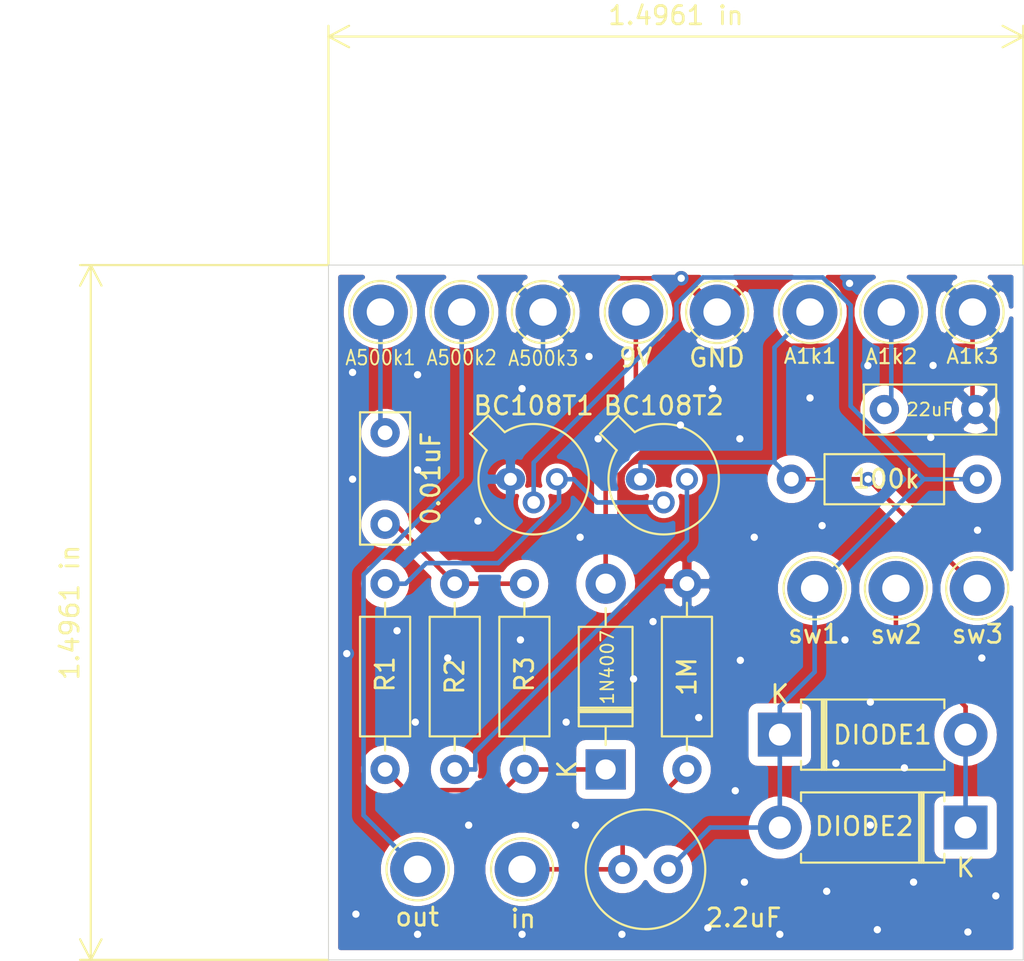
<source format=kicad_pcb>
(kicad_pcb (version 20171130) (host pcbnew "(5.1.2-1)-1")

  (general
    (thickness 1.6)
    (drawings 7)
    (tracks 134)
    (zones 0)
    (modules 26)
    (nets 14)
  )

  (page A4)
  (layers
    (0 F.Cu signal hide)
    (31 B.Cu signal)
    (32 B.Adhes user hide)
    (33 F.Adhes user hide)
    (34 B.Paste user)
    (35 F.Paste user)
    (36 B.SilkS user)
    (37 F.SilkS user)
    (38 B.Mask user)
    (39 F.Mask user hide)
    (40 Dwgs.User user hide)
    (41 Cmts.User user)
    (42 Eco1.User user)
    (43 Eco2.User user hide)
    (44 Edge.Cuts user)
    (45 Margin user hide)
    (46 B.CrtYd user hide)
    (47 F.CrtYd user hide)
    (48 B.Fab user)
    (49 F.Fab user hide)
  )

  (setup
    (last_trace_width 0.25)
    (trace_clearance 0.2)
    (zone_clearance 0.508)
    (zone_45_only no)
    (trace_min 0.2)
    (via_size 0.8)
    (via_drill 0.4)
    (via_min_size 0.4)
    (via_min_drill 0.3)
    (uvia_size 0.3)
    (uvia_drill 0.1)
    (uvias_allowed no)
    (uvia_min_size 0.2)
    (uvia_min_drill 0.1)
    (edge_width 0.05)
    (segment_width 0.2)
    (pcb_text_width 0.3)
    (pcb_text_size 1.5 1.5)
    (mod_edge_width 0.12)
    (mod_text_size 1 1)
    (mod_text_width 0.15)
    (pad_size 1.524 1.524)
    (pad_drill 0.762)
    (pad_to_mask_clearance 0.051)
    (solder_mask_min_width 0.25)
    (aux_axis_origin 0 0)
    (visible_elements FFFFEF7F)
    (pcbplotparams
      (layerselection 0x010fc_ffffffff)
      (usegerberextensions false)
      (usegerberattributes false)
      (usegerberadvancedattributes false)
      (creategerberjobfile false)
      (excludeedgelayer true)
      (linewidth 0.100000)
      (plotframeref false)
      (viasonmask false)
      (mode 1)
      (useauxorigin false)
      (hpglpennumber 1)
      (hpglpenspeed 20)
      (hpglpendiameter 15.000000)
      (psnegative false)
      (psa4output false)
      (plotreference true)
      (plotvalue true)
      (plotinvisibletext false)
      (padsonsilk false)
      (subtractmaskfromsilk false)
      (outputformat 1)
      (mirror false)
      (drillshape 1)
      (scaleselection 1)
      (outputdirectory ""))
  )

  (net 0 "")
  (net 1 "Net-(0.01uF1-Pad1)")
  (net 2 "Net-(0.01uF1-Pad2)")
  (net 3 "Net-(100k1-Pad2)")
  (net 4 "Net-(100k1-Pad1)")
  (net 5 "Net-(1M1-Pad1)")
  (net 6 GND)
  (net 7 "Net-(1N4007-Pad1)")
  (net 8 "Net-(1N4007-Pad2)")
  (net 9 "Net-(22uF1-Pad1)")
  (net 10 "Net-(A500k2-Pad1)")
  (net 11 "Net-(BC108T1-Pad3)")
  (net 12 "Net-(BC108T2-Pad3)")
  (net 13 "Net-(DIODE1-Pad2)")

  (net_class Default "これはデフォルトのネット クラスです。"
    (clearance 0.2)
    (trace_width 0.25)
    (via_dia 0.8)
    (via_drill 0.4)
    (uvia_dia 0.3)
    (uvia_drill 0.1)
    (add_net GND)
    (add_net "Net-(0.01uF1-Pad1)")
    (add_net "Net-(0.01uF1-Pad2)")
    (add_net "Net-(100k1-Pad1)")
    (add_net "Net-(100k1-Pad2)")
    (add_net "Net-(1M1-Pad1)")
    (add_net "Net-(1N4007-Pad1)")
    (add_net "Net-(1N4007-Pad2)")
    (add_net "Net-(22uF1-Pad1)")
    (add_net "Net-(A500k2-Pad1)")
    (add_net "Net-(BC108T1-Pad3)")
    (add_net "Net-(BC108T2-Pad3)")
    (add_net "Net-(DIODE1-Pad2)")
  )

  (module Package_TO_SOT_THT:TO-18-3 (layer F.Cu) (tedit 5DDF3DA5) (tstamp 5DDFE1DB)
    (at 76.454 45.212)
    (descr TO-18-3)
    (tags TO-18-3)
    (path /5D517AD8)
    (fp_text reference BC108T1 (at 1.27 -4.02) (layer F.SilkS)
      (effects (font (size 1 1) (thickness 0.15)))
    )
    (fp_text value BC108 (at 1.27 4.02) (layer F.Fab)
      (effects (font (size 1 1) (thickness 0.15)))
    )
    (fp_text user %R (at 1.27 -4.02) (layer F.Fab)
      (effects (font (size 1 1) (thickness 0.15)))
    )
    (fp_line (start -0.329057 -2.419301) (end -1.156372 -3.246616) (layer F.Fab) (width 0.1))
    (fp_line (start -1.156372 -3.246616) (end -1.976616 -2.426372) (layer F.Fab) (width 0.1))
    (fp_line (start -1.976616 -2.426372) (end -1.149301 -1.599057) (layer F.Fab) (width 0.1))
    (fp_line (start -0.312331 -2.572281) (end -1.224499 -3.484448) (layer F.SilkS) (width 0.12))
    (fp_line (start -1.224499 -3.484448) (end -2.214448 -2.494499) (layer F.SilkS) (width 0.12))
    (fp_line (start -2.214448 -2.494499) (end -1.302281 -1.582331) (layer F.SilkS) (width 0.12))
    (fp_line (start -2.23 -3.5) (end -2.23 3.15) (layer F.CrtYd) (width 0.05))
    (fp_line (start -2.23 3.15) (end 4.42 3.15) (layer F.CrtYd) (width 0.05))
    (fp_line (start 4.42 3.15) (end 4.42 -3.5) (layer F.CrtYd) (width 0.05))
    (fp_line (start 4.42 -3.5) (end -2.23 -3.5) (layer F.CrtYd) (width 0.05))
    (fp_circle (center 1.27 0) (end 3.67 0) (layer F.Fab) (width 0.1))
    (fp_arc (start 1.27 0) (end -0.329057 -2.419301) (angle 336.9) (layer F.Fab) (width 0.1))
    (fp_arc (start 1.27 0) (end -0.312331 -2.572281) (angle 333.2) (layer F.SilkS) (width 0.12))
    (pad 1 thru_hole oval (at 0 0) (size 1.6 1.2) (drill 0.7) (layers B.Cu B.Mask)
      (net 6 GND))
    (pad 2 thru_hole oval (at 1.27 1.27) (size 1.2 1.2) (drill 0.7) (layers B.Cu B.Mask)
      (net 3 "Net-(100k1-Pad2)"))
    (pad 3 thru_hole oval (at 2.54 0) (size 1.2 1.2) (drill 0.7) (layers B.Cu B.Mask)
      (net 11 "Net-(BC108T1-Pad3)"))
    (model ${KISYS3DMOD}/Package_TO_SOT_THT.3dshapes/TO-18-3.wrl
      (at (xyz 0 0 0))
      (scale (xyz 1 1 1))
      (rotate (xyz 0 0 0))
    )
  )

  (module Capacitor_THT:C_Rect_L7.0mm_W2.5mm_P5.00mm (layer F.Cu) (tedit 5AE50EF0) (tstamp 5DDFE101)
    (at 69.596 42.672 270)
    (descr "C, Rect series, Radial, pin pitch=5.00mm, , length*width=7*2.5mm^2, Capacitor")
    (tags "C Rect series Radial pin pitch 5.00mm  length 7mm width 2.5mm Capacitor")
    (path /5D51DAD2)
    (fp_text reference 0.01uF (at 2.5 -2.5 90) (layer F.SilkS)
      (effects (font (size 1 1) (thickness 0.15)))
    )
    (fp_text value 0.01uF (at 2.5 2.5 90) (layer F.Fab)
      (effects (font (size 1 1) (thickness 0.15)))
    )
    (fp_line (start -1 -1.25) (end -1 1.25) (layer F.Fab) (width 0.1))
    (fp_line (start -1 1.25) (end 6 1.25) (layer F.Fab) (width 0.1))
    (fp_line (start 6 1.25) (end 6 -1.25) (layer F.Fab) (width 0.1))
    (fp_line (start 6 -1.25) (end -1 -1.25) (layer F.Fab) (width 0.1))
    (fp_line (start -1.12 -1.37) (end 6.12 -1.37) (layer F.SilkS) (width 0.12))
    (fp_line (start -1.12 1.37) (end 6.12 1.37) (layer F.SilkS) (width 0.12))
    (fp_line (start -1.12 -1.37) (end -1.12 1.37) (layer F.SilkS) (width 0.12))
    (fp_line (start 6.12 -1.37) (end 6.12 1.37) (layer F.SilkS) (width 0.12))
    (fp_line (start -1.25 -1.5) (end -1.25 1.5) (layer F.CrtYd) (width 0.05))
    (fp_line (start -1.25 1.5) (end 6.25 1.5) (layer F.CrtYd) (width 0.05))
    (fp_line (start 6.25 1.5) (end 6.25 -1.5) (layer F.CrtYd) (width 0.05))
    (fp_line (start 6.25 -1.5) (end -1.25 -1.5) (layer F.CrtYd) (width 0.05))
    (fp_text user %R (at 2.5 0 90) (layer F.Fab)
      (effects (font (size 1 1) (thickness 0.15)))
    )
    (pad 1 thru_hole circle (at 0 0 270) (size 1.6 1.6) (drill 0.8) (layers *.Cu *.Mask)
      (net 1 "Net-(0.01uF1-Pad1)"))
    (pad 2 thru_hole circle (at 5 0 270) (size 1.6 1.6) (drill 0.8) (layers *.Cu *.Mask)
      (net 2 "Net-(0.01uF1-Pad2)"))
    (model ${KISYS3DMOD}/Capacitor_THT.3dshapes/C_Rect_L7.0mm_W2.5mm_P5.00mm.wrl
      (at (xyz 0 0 0))
      (scale (xyz 1 1 1))
      (rotate (xyz 0 0 0))
    )
  )

  (module Resistor_THT:R_Axial_DIN0207_L6.3mm_D2.5mm_P10.16mm_Horizontal (layer F.Cu) (tedit 5AE5139B) (tstamp 5DDFE118)
    (at 91.821 45.212)
    (descr "Resistor, Axial_DIN0207 series, Axial, Horizontal, pin pitch=10.16mm, 0.25W = 1/4W, length*diameter=6.3*2.5mm^2, http://cdn-reichelt.de/documents/datenblatt/B400/1_4W%23YAG.pdf")
    (tags "Resistor Axial_DIN0207 series Axial Horizontal pin pitch 10.16mm 0.25W = 1/4W length 6.3mm diameter 2.5mm")
    (path /5D52CAF7)
    (fp_text reference 100k (at 5.179 -0.012) (layer F.SilkS)
      (effects (font (size 1 1) (thickness 0.15)))
    )
    (fp_text value 100k (at 5.08 2.37) (layer F.Fab)
      (effects (font (size 1 1) (thickness 0.15)))
    )
    (fp_text user %R (at 5.08 0) (layer F.Fab)
      (effects (font (size 1 1) (thickness 0.15)))
    )
    (fp_line (start 11.21 -1.5) (end -1.05 -1.5) (layer F.CrtYd) (width 0.05))
    (fp_line (start 11.21 1.5) (end 11.21 -1.5) (layer F.CrtYd) (width 0.05))
    (fp_line (start -1.05 1.5) (end 11.21 1.5) (layer F.CrtYd) (width 0.05))
    (fp_line (start -1.05 -1.5) (end -1.05 1.5) (layer F.CrtYd) (width 0.05))
    (fp_line (start 9.12 0) (end 8.35 0) (layer F.SilkS) (width 0.12))
    (fp_line (start 1.04 0) (end 1.81 0) (layer F.SilkS) (width 0.12))
    (fp_line (start 8.35 -1.37) (end 1.81 -1.37) (layer F.SilkS) (width 0.12))
    (fp_line (start 8.35 1.37) (end 8.35 -1.37) (layer F.SilkS) (width 0.12))
    (fp_line (start 1.81 1.37) (end 8.35 1.37) (layer F.SilkS) (width 0.12))
    (fp_line (start 1.81 -1.37) (end 1.81 1.37) (layer F.SilkS) (width 0.12))
    (fp_line (start 10.16 0) (end 8.23 0) (layer F.Fab) (width 0.1))
    (fp_line (start 0 0) (end 1.93 0) (layer F.Fab) (width 0.1))
    (fp_line (start 8.23 -1.25) (end 1.93 -1.25) (layer F.Fab) (width 0.1))
    (fp_line (start 8.23 1.25) (end 8.23 -1.25) (layer F.Fab) (width 0.1))
    (fp_line (start 1.93 1.25) (end 8.23 1.25) (layer F.Fab) (width 0.1))
    (fp_line (start 1.93 -1.25) (end 1.93 1.25) (layer F.Fab) (width 0.1))
    (pad 2 thru_hole oval (at 10.16 0) (size 1.6 1.6) (drill 0.8) (layers *.Cu *.Mask)
      (net 3 "Net-(100k1-Pad2)"))
    (pad 1 thru_hole circle (at 0 0) (size 1.6 1.6) (drill 0.8) (layers *.Cu *.Mask)
      (net 4 "Net-(100k1-Pad1)"))
    (model ${KISYS3DMOD}/Resistor_THT.3dshapes/R_Axial_DIN0207_L6.3mm_D2.5mm_P10.16mm_Horizontal.wrl
      (at (xyz 0 0 0))
      (scale (xyz 1 1 1))
      (rotate (xyz 0 0 0))
    )
  )

  (module Resistor_THT:R_Axial_DIN0207_L6.3mm_D2.5mm_P10.16mm_Horizontal (layer F.Cu) (tedit 5AE5139B) (tstamp 5DDFE12F)
    (at 86.106 61.087 90)
    (descr "Resistor, Axial_DIN0207 series, Axial, Horizontal, pin pitch=10.16mm, 0.25W = 1/4W, length*diameter=6.3*2.5mm^2, http://cdn-reichelt.de/documents/datenblatt/B400/1_4W%23YAG.pdf")
    (tags "Resistor Axial_DIN0207 series Axial Horizontal pin pitch 10.16mm 0.25W = 1/4W length 6.3mm diameter 2.5mm")
    (path /5D515CFB)
    (fp_text reference 1M (at 5.08 0 90) (layer F.SilkS)
      (effects (font (size 1 1) (thickness 0.15)))
    )
    (fp_text value 1M (at 5.08 2.37 90) (layer F.Fab)
      (effects (font (size 1 1) (thickness 0.15)))
    )
    (fp_line (start 1.93 -1.25) (end 1.93 1.25) (layer F.Fab) (width 0.1))
    (fp_line (start 1.93 1.25) (end 8.23 1.25) (layer F.Fab) (width 0.1))
    (fp_line (start 8.23 1.25) (end 8.23 -1.25) (layer F.Fab) (width 0.1))
    (fp_line (start 8.23 -1.25) (end 1.93 -1.25) (layer F.Fab) (width 0.1))
    (fp_line (start 0 0) (end 1.93 0) (layer F.Fab) (width 0.1))
    (fp_line (start 10.16 0) (end 8.23 0) (layer F.Fab) (width 0.1))
    (fp_line (start 1.81 -1.37) (end 1.81 1.37) (layer F.SilkS) (width 0.12))
    (fp_line (start 1.81 1.37) (end 8.35 1.37) (layer F.SilkS) (width 0.12))
    (fp_line (start 8.35 1.37) (end 8.35 -1.37) (layer F.SilkS) (width 0.12))
    (fp_line (start 8.35 -1.37) (end 1.81 -1.37) (layer F.SilkS) (width 0.12))
    (fp_line (start 1.04 0) (end 1.81 0) (layer F.SilkS) (width 0.12))
    (fp_line (start 9.12 0) (end 8.35 0) (layer F.SilkS) (width 0.12))
    (fp_line (start -1.05 -1.5) (end -1.05 1.5) (layer F.CrtYd) (width 0.05))
    (fp_line (start -1.05 1.5) (end 11.21 1.5) (layer F.CrtYd) (width 0.05))
    (fp_line (start 11.21 1.5) (end 11.21 -1.5) (layer F.CrtYd) (width 0.05))
    (fp_line (start 11.21 -1.5) (end -1.05 -1.5) (layer F.CrtYd) (width 0.05))
    (fp_text user %R (at 5.08 0 90) (layer F.Fab)
      (effects (font (size 1 1) (thickness 0.15)))
    )
    (pad 1 thru_hole circle (at 0 0 90) (size 1.6 1.6) (drill 0.8) (layers *.Cu *.Mask)
      (net 5 "Net-(1M1-Pad1)"))
    (pad 2 thru_hole oval (at 10.16 0 90) (size 1.6 1.6) (drill 0.8) (layers *.Cu *.Mask)
      (net 6 GND))
    (model ${KISYS3DMOD}/Resistor_THT.3dshapes/R_Axial_DIN0207_L6.3mm_D2.5mm_P10.16mm_Horizontal.wrl
      (at (xyz 0 0 0))
      (scale (xyz 1 1 1))
      (rotate (xyz 0 0 0))
    )
  )

  (module Diode_THT:D_DO-41_SOD81_P10.16mm_Horizontal (layer F.Cu) (tedit 5AE50CD5) (tstamp 5DDFE14E)
    (at 81.661 61.087 90)
    (descr "Diode, DO-41_SOD81 series, Axial, Horizontal, pin pitch=10.16mm, , length*diameter=5.2*2.7mm^2, , http://www.diodes.com/_files/packages/DO-41%20(Plastic).pdf")
    (tags "Diode DO-41_SOD81 series Axial Horizontal pin pitch 10.16mm  length 5.2mm diameter 2.7mm")
    (path /5D54B94D)
    (fp_text reference 1N4007 (at 5.587 0.089 90) (layer F.SilkS)
      (effects (font (size 0.7 0.7) (thickness 0.1)))
    )
    (fp_text value 1N4007 (at 5.08 2.47 90) (layer F.Fab)
      (effects (font (size 1 1) (thickness 0.15)))
    )
    (fp_line (start 2.48 -1.35) (end 2.48 1.35) (layer F.Fab) (width 0.1))
    (fp_line (start 2.48 1.35) (end 7.68 1.35) (layer F.Fab) (width 0.1))
    (fp_line (start 7.68 1.35) (end 7.68 -1.35) (layer F.Fab) (width 0.1))
    (fp_line (start 7.68 -1.35) (end 2.48 -1.35) (layer F.Fab) (width 0.1))
    (fp_line (start 0 0) (end 2.48 0) (layer F.Fab) (width 0.1))
    (fp_line (start 10.16 0) (end 7.68 0) (layer F.Fab) (width 0.1))
    (fp_line (start 3.26 -1.35) (end 3.26 1.35) (layer F.Fab) (width 0.1))
    (fp_line (start 3.36 -1.35) (end 3.36 1.35) (layer F.Fab) (width 0.1))
    (fp_line (start 3.16 -1.35) (end 3.16 1.35) (layer F.Fab) (width 0.1))
    (fp_line (start 2.36 -1.47) (end 2.36 1.47) (layer F.SilkS) (width 0.12))
    (fp_line (start 2.36 1.47) (end 7.8 1.47) (layer F.SilkS) (width 0.12))
    (fp_line (start 7.8 1.47) (end 7.8 -1.47) (layer F.SilkS) (width 0.12))
    (fp_line (start 7.8 -1.47) (end 2.36 -1.47) (layer F.SilkS) (width 0.12))
    (fp_line (start 1.34 0) (end 2.36 0) (layer F.SilkS) (width 0.12))
    (fp_line (start 8.82 0) (end 7.8 0) (layer F.SilkS) (width 0.12))
    (fp_line (start 3.26 -1.47) (end 3.26 1.47) (layer F.SilkS) (width 0.12))
    (fp_line (start 3.38 -1.47) (end 3.38 1.47) (layer F.SilkS) (width 0.12))
    (fp_line (start 3.14 -1.47) (end 3.14 1.47) (layer F.SilkS) (width 0.12))
    (fp_line (start -1.35 -1.6) (end -1.35 1.6) (layer F.CrtYd) (width 0.05))
    (fp_line (start -1.35 1.6) (end 11.51 1.6) (layer F.CrtYd) (width 0.05))
    (fp_line (start 11.51 1.6) (end 11.51 -1.6) (layer F.CrtYd) (width 0.05))
    (fp_line (start 11.51 -1.6) (end -1.35 -1.6) (layer F.CrtYd) (width 0.05))
    (fp_text user %R (at 5.47 0 90) (layer F.Fab)
      (effects (font (size 1 1) (thickness 0.15)))
    )
    (fp_text user K (at 0 -2.1 90) (layer F.Fab)
      (effects (font (size 1 1) (thickness 0.15)))
    )
    (fp_text user K (at 0 -2.1 90) (layer F.SilkS)
      (effects (font (size 1 1) (thickness 0.15)))
    )
    (pad 1 thru_hole rect (at 0 0 90) (size 2.2 2.2) (drill 1.1) (layers *.Cu *.Mask)
      (net 7 "Net-(1N4007-Pad1)"))
    (pad 2 thru_hole oval (at 10.16 0 90) (size 2.2 2.2) (drill 1.1) (layers *.Cu *.Mask)
      (net 8 "Net-(1N4007-Pad2)"))
    (model ${KISYS3DMOD}/Diode_THT.3dshapes/D_DO-41_SOD81_P10.16mm_Horizontal.wrl
      (at (xyz 0 0 0))
      (scale (xyz 1 1 1))
      (rotate (xyz 0 0 0))
    )
  )

  (module Capacitor_THT:C_Radial_D6.3mm_H5.0mm_P2.50mm (layer F.Cu) (tedit 5BC5C9B9) (tstamp 5DDFE158)
    (at 85.09 66.548 180)
    (descr "C, Radial series, Radial, pin pitch=2.50mm, diameter=6.3mm, height=5mm, Non-Polar Electrolytic Capacitor")
    (tags "C Radial series Radial pin pitch 2.50mm diameter 6.3mm height 5mm Non-Polar Electrolytic Capacitor")
    (path /5D51F7C8)
    (fp_text reference 2.2uF (at -4.11 -2.652) (layer F.SilkS)
      (effects (font (size 1 1) (thickness 0.15)))
    )
    (fp_text value 2.2uF (at 1.25 4.4) (layer F.Fab)
      (effects (font (size 1 1) (thickness 0.15)))
    )
    (fp_circle (center 1.25 0) (end 4.4 0) (layer F.Fab) (width 0.1))
    (fp_circle (center 1.25 0) (end 4.52 0) (layer F.SilkS) (width 0.12))
    (fp_circle (center 1.25 0) (end 4.65 0) (layer F.CrtYd) (width 0.05))
    (fp_text user %R (at 1.25 0) (layer F.Fab)
      (effects (font (size 1 1) (thickness 0.15)))
    )
    (pad 1 thru_hole circle (at 0 0 180) (size 1.6 1.6) (drill 0.8) (layers *.Cu *.Mask)
      (net 3 "Net-(100k1-Pad2)"))
    (pad 2 thru_hole circle (at 2.5 0 180) (size 1.6 1.6) (drill 0.8) (layers *.Cu *.Mask)
      (net 5 "Net-(1M1-Pad1)"))
    (model ${KISYS3DMOD}/Capacitor_THT.3dshapes/C_Radial_D6.3mm_H5.0mm_P2.50mm.wrl
      (at (xyz 0 0 0))
      (scale (xyz 1 1 1))
      (rotate (xyz 0 0 0))
    )
  )

  (module Capacitor_THT:C_Rect_L7.0mm_W2.5mm_P5.00mm (layer F.Cu) (tedit 5AE50EF0) (tstamp 5DDFE16B)
    (at 96.901 41.402)
    (descr "C, Rect series, Radial, pin pitch=5.00mm, , length*width=7*2.5mm^2, Capacitor")
    (tags "C Rect series Radial pin pitch 5.00mm  length 7mm width 2.5mm Capacitor")
    (path /5D5351C5)
    (fp_text reference 22uF (at 2.499 -0.002) (layer F.SilkS)
      (effects (font (size 0.7 0.7) (thickness 0.1)))
    )
    (fp_text value 22uF (at 2.5 2.5) (layer F.Fab)
      (effects (font (size 1 1) (thickness 0.15)))
    )
    (fp_text user %R (at 2.5 0) (layer F.Fab)
      (effects (font (size 1 1) (thickness 0.15)))
    )
    (fp_line (start 6.25 -1.5) (end -1.25 -1.5) (layer F.CrtYd) (width 0.05))
    (fp_line (start 6.25 1.5) (end 6.25 -1.5) (layer F.CrtYd) (width 0.05))
    (fp_line (start -1.25 1.5) (end 6.25 1.5) (layer F.CrtYd) (width 0.05))
    (fp_line (start -1.25 -1.5) (end -1.25 1.5) (layer F.CrtYd) (width 0.05))
    (fp_line (start 6.12 -1.37) (end 6.12 1.37) (layer F.SilkS) (width 0.12))
    (fp_line (start -1.12 -1.37) (end -1.12 1.37) (layer F.SilkS) (width 0.12))
    (fp_line (start -1.12 1.37) (end 6.12 1.37) (layer F.SilkS) (width 0.12))
    (fp_line (start -1.12 -1.37) (end 6.12 -1.37) (layer F.SilkS) (width 0.12))
    (fp_line (start 6 -1.25) (end -1 -1.25) (layer F.Fab) (width 0.1))
    (fp_line (start 6 1.25) (end 6 -1.25) (layer F.Fab) (width 0.1))
    (fp_line (start -1 1.25) (end 6 1.25) (layer F.Fab) (width 0.1))
    (fp_line (start -1 -1.25) (end -1 1.25) (layer F.Fab) (width 0.1))
    (pad 2 thru_hole circle (at 5 0) (size 1.6 1.6) (drill 0.8) (layers *.Cu *.Mask)
      (net 6 GND))
    (pad 1 thru_hole circle (at 0 0) (size 1.6 1.6) (drill 0.8) (layers *.Cu *.Mask)
      (net 9 "Net-(22uF1-Pad1)"))
    (model ${KISYS3DMOD}/Capacitor_THT.3dshapes/C_Rect_L7.0mm_W2.5mm_P5.00mm.wrl
      (at (xyz 0 0 0))
      (scale (xyz 1 1 1))
      (rotate (xyz 0 0 0))
    )
  )

  (module TestPoint:TestPoint_Loop_D2.54mm_Drill1.5mm_Beaded (layer F.Cu) (tedit 5A0F774F) (tstamp 5DDFE178)
    (at 83.312 36.068)
    (descr "wire loop with bead as test point, loop diameter2.548mm, hole diameter 1.5mm")
    (tags "test point wire loop bead")
    (path /5D5280E7)
    (fp_text reference 9V (at -0.012 2.5) (layer F.SilkS)
      (effects (font (size 1 1) (thickness 0.15)))
    )
    (fp_text value 9V (at 0 -2.8) (layer F.Fab)
      (effects (font (size 1 1) (thickness 0.15)))
    )
    (fp_line (start -1.3 -0.3) (end -1.3 0.3) (layer F.Fab) (width 0.12))
    (fp_line (start -1.3 0.3) (end 1.3 0.3) (layer F.Fab) (width 0.12))
    (fp_line (start 1.3 0.3) (end 1.3 -0.3) (layer F.Fab) (width 0.12))
    (fp_line (start 1.3 -0.3) (end -1.3 -0.3) (layer F.Fab) (width 0.12))
    (fp_circle (center 0 0) (end 2 0) (layer F.CrtYd) (width 0.05))
    (fp_circle (center 0 0) (end 1.7 0) (layer F.SilkS) (width 0.12))
    (fp_circle (center 0 0) (end 1.5 0) (layer F.Fab) (width 0.12))
    (fp_text user %R (at 0.7 2.5) (layer F.Fab)
      (effects (font (size 1 1) (thickness 0.15)))
    )
    (pad 1 thru_hole circle (at 0 0) (size 3 3) (drill 1.5) (layers *.Cu *.Mask)
      (net 8 "Net-(1N4007-Pad2)"))
    (model ${KISYS3DMOD}/TestPoint.3dshapes/TestPoint_Loop_D2.54mm_Drill1.5mm_Beaded.wrl
      (at (xyz 0 0 0))
      (scale (xyz 1 1 1))
      (rotate (xyz 0 0 0))
    )
  )

  (module TestPoint:TestPoint_Loop_D2.54mm_Drill1.5mm_Beaded (layer F.Cu) (tedit 5A0F774F) (tstamp 5DDFE185)
    (at 92.837 36.068)
    (descr "wire loop with bead as test point, loop diameter2.548mm, hole diameter 1.5mm")
    (tags "test point wire loop bead")
    (path /5D530313)
    (fp_text reference A1k1 (at 0 2.413) (layer F.SilkS)
      (effects (font (size 0.8 0.8) (thickness 0.12)))
    )
    (fp_text value A1k1 (at 0 -2.8) (layer F.Fab)
      (effects (font (size 1 1) (thickness 0.15)))
    )
    (fp_text user %R (at 0.7 2.5) (layer F.Fab)
      (effects (font (size 1 1) (thickness 0.15)))
    )
    (fp_circle (center 0 0) (end 1.5 0) (layer F.Fab) (width 0.12))
    (fp_circle (center 0 0) (end 1.7 0) (layer F.SilkS) (width 0.12))
    (fp_circle (center 0 0) (end 2 0) (layer F.CrtYd) (width 0.05))
    (fp_line (start 1.3 -0.3) (end -1.3 -0.3) (layer F.Fab) (width 0.12))
    (fp_line (start 1.3 0.3) (end 1.3 -0.3) (layer F.Fab) (width 0.12))
    (fp_line (start -1.3 0.3) (end 1.3 0.3) (layer F.Fab) (width 0.12))
    (fp_line (start -1.3 -0.3) (end -1.3 0.3) (layer F.Fab) (width 0.12))
    (pad 1 thru_hole circle (at 0 0) (size 3 3) (drill 1.5) (layers *.Cu *.Mask)
      (net 4 "Net-(100k1-Pad1)"))
    (model ${KISYS3DMOD}/TestPoint.3dshapes/TestPoint_Loop_D2.54mm_Drill1.5mm_Beaded.wrl
      (at (xyz 0 0 0))
      (scale (xyz 1 1 1))
      (rotate (xyz 0 0 0))
    )
  )

  (module TestPoint:TestPoint_Loop_D2.54mm_Drill1.5mm_Beaded (layer F.Cu) (tedit 5A0F774F) (tstamp 5DDFE192)
    (at 97.282 36.068)
    (descr "wire loop with bead as test point, loop diameter2.548mm, hole diameter 1.5mm")
    (tags "test point wire loop bead")
    (path /5D5325B8)
    (fp_text reference A1k2 (at 0 2.432) (layer F.SilkS)
      (effects (font (size 0.8 0.8) (thickness 0.12)))
    )
    (fp_text value A1k2 (at 0 -2.8) (layer F.Fab)
      (effects (font (size 1 1) (thickness 0.15)))
    )
    (fp_text user %R (at 0.7 2.5) (layer F.Fab)
      (effects (font (size 1 1) (thickness 0.15)))
    )
    (fp_circle (center 0 0) (end 1.5 0) (layer F.Fab) (width 0.12))
    (fp_circle (center 0 0) (end 1.7 0) (layer F.SilkS) (width 0.12))
    (fp_circle (center 0 0) (end 2 0) (layer F.CrtYd) (width 0.05))
    (fp_line (start 1.3 -0.3) (end -1.3 -0.3) (layer F.Fab) (width 0.12))
    (fp_line (start 1.3 0.3) (end 1.3 -0.3) (layer F.Fab) (width 0.12))
    (fp_line (start -1.3 0.3) (end 1.3 0.3) (layer F.Fab) (width 0.12))
    (fp_line (start -1.3 -0.3) (end -1.3 0.3) (layer F.Fab) (width 0.12))
    (pad 1 thru_hole circle (at 0 0) (size 3 3) (drill 1.5) (layers *.Cu *.Mask)
      (net 9 "Net-(22uF1-Pad1)"))
    (model ${KISYS3DMOD}/TestPoint.3dshapes/TestPoint_Loop_D2.54mm_Drill1.5mm_Beaded.wrl
      (at (xyz 0 0 0))
      (scale (xyz 1 1 1))
      (rotate (xyz 0 0 0))
    )
  )

  (module TestPoint:TestPoint_Loop_D2.54mm_Drill1.5mm_Beaded (layer F.Cu) (tedit 5A0F774F) (tstamp 5DDFE19F)
    (at 101.727 36.068)
    (descr "wire loop with bead as test point, loop diameter2.548mm, hole diameter 1.5mm")
    (tags "test point wire loop bead")
    (path /5D530F39)
    (fp_text reference A1k3 (at 0 2.413) (layer F.SilkS)
      (effects (font (size 0.8 0.8) (thickness 0.12)))
    )
    (fp_text value A1k3 (at 0 -2.8) (layer F.Fab)
      (effects (font (size 1 1) (thickness 0.15)))
    )
    (fp_line (start -1.3 -0.3) (end -1.3 0.3) (layer F.Fab) (width 0.12))
    (fp_line (start -1.3 0.3) (end 1.3 0.3) (layer F.Fab) (width 0.12))
    (fp_line (start 1.3 0.3) (end 1.3 -0.3) (layer F.Fab) (width 0.12))
    (fp_line (start 1.3 -0.3) (end -1.3 -0.3) (layer F.Fab) (width 0.12))
    (fp_circle (center 0 0) (end 2 0) (layer F.CrtYd) (width 0.05))
    (fp_circle (center 0 0) (end 1.7 0) (layer F.SilkS) (width 0.12))
    (fp_circle (center 0 0) (end 1.5 0) (layer F.Fab) (width 0.12))
    (fp_text user %R (at 0.7 2.5) (layer F.Fab)
      (effects (font (size 1 1) (thickness 0.15)))
    )
    (pad 1 thru_hole circle (at 0 0) (size 3 3) (drill 1.5) (layers *.Cu *.Mask)
      (net 6 GND))
    (model ${KISYS3DMOD}/TestPoint.3dshapes/TestPoint_Loop_D2.54mm_Drill1.5mm_Beaded.wrl
      (at (xyz 0 0 0))
      (scale (xyz 1 1 1))
      (rotate (xyz 0 0 0))
    )
  )

  (module TestPoint:TestPoint_Loop_D2.54mm_Drill1.5mm_Beaded (layer F.Cu) (tedit 5A0F774F) (tstamp 5DDFE1AC)
    (at 69.342 36.068)
    (descr "wire loop with bead as test point, loop diameter2.548mm, hole diameter 1.5mm")
    (tags "test point wire loop bead")
    (path /5D539F1E)
    (fp_text reference A500k1 (at 0 2.5) (layer F.SilkS)
      (effects (font (size 0.8 0.7) (thickness 0.1)))
    )
    (fp_text value A500k1 (at 0 -2.8) (layer F.Fab)
      (effects (font (size 1 1) (thickness 0.15)))
    )
    (fp_line (start -1.3 -0.3) (end -1.3 0.3) (layer F.Fab) (width 0.12))
    (fp_line (start -1.3 0.3) (end 1.3 0.3) (layer F.Fab) (width 0.12))
    (fp_line (start 1.3 0.3) (end 1.3 -0.3) (layer F.Fab) (width 0.12))
    (fp_line (start 1.3 -0.3) (end -1.3 -0.3) (layer F.Fab) (width 0.12))
    (fp_circle (center 0 0) (end 2 0) (layer F.CrtYd) (width 0.05))
    (fp_circle (center 0 0) (end 1.7 0) (layer F.SilkS) (width 0.12))
    (fp_circle (center 0 0) (end 1.5 0) (layer F.Fab) (width 0.12))
    (fp_text user %R (at 0.7 2.5) (layer F.Fab)
      (effects (font (size 1 1) (thickness 0.15)))
    )
    (pad 1 thru_hole circle (at 0 0) (size 3 3) (drill 1.5) (layers *.Cu *.Mask)
      (net 1 "Net-(0.01uF1-Pad1)"))
    (model ${KISYS3DMOD}/TestPoint.3dshapes/TestPoint_Loop_D2.54mm_Drill1.5mm_Beaded.wrl
      (at (xyz 0 0 0))
      (scale (xyz 1 1 1))
      (rotate (xyz 0 0 0))
    )
  )

  (module TestPoint:TestPoint_Loop_D2.54mm_Drill1.5mm_Beaded (layer F.Cu) (tedit 5A0F774F) (tstamp 5DDFE1B9)
    (at 73.787 36.068)
    (descr "wire loop with bead as test point, loop diameter2.548mm, hole diameter 1.5mm")
    (tags "test point wire loop bead")
    (path /5D53BF86)
    (fp_text reference A500k2 (at 0 2.5) (layer F.SilkS)
      (effects (font (size 0.8 0.7) (thickness 0.1)))
    )
    (fp_text value A500k2 (at 0 -2.8) (layer F.Fab)
      (effects (font (size 1 1) (thickness 0.15)))
    )
    (fp_text user %R (at 0.7 2.5) (layer F.Fab)
      (effects (font (size 1 1) (thickness 0.15)))
    )
    (fp_circle (center 0 0) (end 1.5 0) (layer F.Fab) (width 0.12))
    (fp_circle (center 0 0) (end 1.7 0) (layer F.SilkS) (width 0.12))
    (fp_circle (center 0 0) (end 2 0) (layer F.CrtYd) (width 0.05))
    (fp_line (start 1.3 -0.3) (end -1.3 -0.3) (layer F.Fab) (width 0.12))
    (fp_line (start 1.3 0.3) (end 1.3 -0.3) (layer F.Fab) (width 0.12))
    (fp_line (start -1.3 0.3) (end 1.3 0.3) (layer F.Fab) (width 0.12))
    (fp_line (start -1.3 -0.3) (end -1.3 0.3) (layer F.Fab) (width 0.12))
    (pad 1 thru_hole circle (at 0 0) (size 3 3) (drill 1.5) (layers *.Cu *.Mask)
      (net 10 "Net-(A500k2-Pad1)"))
    (model ${KISYS3DMOD}/TestPoint.3dshapes/TestPoint_Loop_D2.54mm_Drill1.5mm_Beaded.wrl
      (at (xyz 0 0 0))
      (scale (xyz 1 1 1))
      (rotate (xyz 0 0 0))
    )
  )

  (module TestPoint:TestPoint_Loop_D2.54mm_Drill1.5mm_Beaded (layer F.Cu) (tedit 5A0F774F) (tstamp 5DDFE1C6)
    (at 78.232 36.068)
    (descr "wire loop with bead as test point, loop diameter2.548mm, hole diameter 1.5mm")
    (tags "test point wire loop bead")
    (path /5D53D93A)
    (fp_text reference A500k3 (at 0.018 2.532) (layer F.SilkS)
      (effects (font (size 0.8 0.7) (thickness 0.1)))
    )
    (fp_text value A500k3 (at 0 -2.8) (layer F.Fab)
      (effects (font (size 1 1) (thickness 0.15)))
    )
    (fp_line (start -1.3 -0.3) (end -1.3 0.3) (layer F.Fab) (width 0.12))
    (fp_line (start -1.3 0.3) (end 1.3 0.3) (layer F.Fab) (width 0.12))
    (fp_line (start 1.3 0.3) (end 1.3 -0.3) (layer F.Fab) (width 0.12))
    (fp_line (start 1.3 -0.3) (end -1.3 -0.3) (layer F.Fab) (width 0.12))
    (fp_circle (center 0 0) (end 2 0) (layer F.CrtYd) (width 0.05))
    (fp_circle (center 0 0) (end 1.7 0) (layer F.SilkS) (width 0.12))
    (fp_circle (center 0 0) (end 1.5 0) (layer F.Fab) (width 0.12))
    (fp_text user %R (at 0.7 2.5) (layer F.Fab)
      (effects (font (size 1 1) (thickness 0.15)))
    )
    (pad 1 thru_hole circle (at 0 0) (size 3 3) (drill 1.5) (layers *.Cu *.Mask)
      (net 6 GND))
    (model ${KISYS3DMOD}/TestPoint.3dshapes/TestPoint_Loop_D2.54mm_Drill1.5mm_Beaded.wrl
      (at (xyz 0 0 0))
      (scale (xyz 1 1 1))
      (rotate (xyz 0 0 0))
    )
  )

  (module Package_TO_SOT_THT:TO-18-3 (layer F.Cu) (tedit 5DDF3DA5) (tstamp 5DDFE1F0)
    (at 83.566 45.212)
    (descr TO-18-3)
    (tags TO-18-3)
    (path /5D555531)
    (fp_text reference BC108T2 (at 1.27 -4.02) (layer F.SilkS)
      (effects (font (size 1 1) (thickness 0.15)))
    )
    (fp_text value BC108 (at 1.27 4.02) (layer F.Fab)
      (effects (font (size 1 1) (thickness 0.15)))
    )
    (fp_arc (start 1.27 0) (end -0.312331 -2.572281) (angle 333.2) (layer F.SilkS) (width 0.12))
    (fp_arc (start 1.27 0) (end -0.329057 -2.419301) (angle 336.9) (layer F.Fab) (width 0.1))
    (fp_circle (center 1.27 0) (end 3.67 0) (layer F.Fab) (width 0.1))
    (fp_line (start 4.42 -3.5) (end -2.23 -3.5) (layer F.CrtYd) (width 0.05))
    (fp_line (start 4.42 3.15) (end 4.42 -3.5) (layer F.CrtYd) (width 0.05))
    (fp_line (start -2.23 3.15) (end 4.42 3.15) (layer F.CrtYd) (width 0.05))
    (fp_line (start -2.23 -3.5) (end -2.23 3.15) (layer F.CrtYd) (width 0.05))
    (fp_line (start -2.214448 -2.494499) (end -1.302281 -1.582331) (layer F.SilkS) (width 0.12))
    (fp_line (start -1.224499 -3.484448) (end -2.214448 -2.494499) (layer F.SilkS) (width 0.12))
    (fp_line (start -0.312331 -2.572281) (end -1.224499 -3.484448) (layer F.SilkS) (width 0.12))
    (fp_line (start -1.976616 -2.426372) (end -1.149301 -1.599057) (layer F.Fab) (width 0.1))
    (fp_line (start -1.156372 -3.246616) (end -1.976616 -2.426372) (layer F.Fab) (width 0.1))
    (fp_line (start -0.329057 -2.419301) (end -1.156372 -3.246616) (layer F.Fab) (width 0.1))
    (fp_text user %R (at 1.27 -4.02) (layer F.Fab)
      (effects (font (size 1 1) (thickness 0.15)))
    )
    (pad 3 thru_hole oval (at 2.54 0) (size 1.2 1.2) (drill 0.7) (layers B.Cu B.Mask)
      (net 12 "Net-(BC108T2-Pad3)"))
    (pad 2 thru_hole oval (at 1.27 1.27) (size 1.2 1.2) (drill 0.7) (layers B.Cu B.Mask)
      (net 11 "Net-(BC108T1-Pad3)"))
    (pad 1 thru_hole oval (at 0 0) (size 1.6 1.2) (drill 0.7) (layers B.Cu B.Mask)
      (net 4 "Net-(100k1-Pad1)"))
    (model ${KISYS3DMOD}/Package_TO_SOT_THT.3dshapes/TO-18-3.wrl
      (at (xyz 0 0 0))
      (scale (xyz 1 1 1))
      (rotate (xyz 0 0 0))
    )
  )

  (module Diode_THT:D_DO-15_P10.16mm_Horizontal (layer F.Cu) (tedit 5AE50CD5) (tstamp 5DDFE20F)
    (at 91.186 59.182)
    (descr "Diode, DO-15 series, Axial, Horizontal, pin pitch=10.16mm, , length*diameter=7.6*3.6mm^2, , http://www.diodes.com/_files/packages/DO-15.pdf")
    (tags "Diode DO-15 series Axial Horizontal pin pitch 10.16mm  length 7.6mm diameter 3.6mm")
    (path /5D51971C)
    (fp_text reference DIODE1 (at 5.614 0.018) (layer F.SilkS)
      (effects (font (size 1 1) (thickness 0.15)))
    )
    (fp_text value DIODE (at 5.08 2.92) (layer F.Fab)
      (effects (font (size 1 1) (thickness 0.15)))
    )
    (fp_line (start 1.28 -1.8) (end 1.28 1.8) (layer F.Fab) (width 0.1))
    (fp_line (start 1.28 1.8) (end 8.88 1.8) (layer F.Fab) (width 0.1))
    (fp_line (start 8.88 1.8) (end 8.88 -1.8) (layer F.Fab) (width 0.1))
    (fp_line (start 8.88 -1.8) (end 1.28 -1.8) (layer F.Fab) (width 0.1))
    (fp_line (start 0 0) (end 1.28 0) (layer F.Fab) (width 0.1))
    (fp_line (start 10.16 0) (end 8.88 0) (layer F.Fab) (width 0.1))
    (fp_line (start 2.42 -1.8) (end 2.42 1.8) (layer F.Fab) (width 0.1))
    (fp_line (start 2.52 -1.8) (end 2.52 1.8) (layer F.Fab) (width 0.1))
    (fp_line (start 2.32 -1.8) (end 2.32 1.8) (layer F.Fab) (width 0.1))
    (fp_line (start 1.16 -1.44) (end 1.16 -1.92) (layer F.SilkS) (width 0.12))
    (fp_line (start 1.16 -1.92) (end 9 -1.92) (layer F.SilkS) (width 0.12))
    (fp_line (start 9 -1.92) (end 9 -1.44) (layer F.SilkS) (width 0.12))
    (fp_line (start 1.16 1.44) (end 1.16 1.92) (layer F.SilkS) (width 0.12))
    (fp_line (start 1.16 1.92) (end 9 1.92) (layer F.SilkS) (width 0.12))
    (fp_line (start 9 1.92) (end 9 1.44) (layer F.SilkS) (width 0.12))
    (fp_line (start 2.42 -1.92) (end 2.42 1.92) (layer F.SilkS) (width 0.12))
    (fp_line (start 2.54 -1.92) (end 2.54 1.92) (layer F.SilkS) (width 0.12))
    (fp_line (start 2.3 -1.92) (end 2.3 1.92) (layer F.SilkS) (width 0.12))
    (fp_line (start -1.45 -2.05) (end -1.45 2.05) (layer F.CrtYd) (width 0.05))
    (fp_line (start -1.45 2.05) (end 11.61 2.05) (layer F.CrtYd) (width 0.05))
    (fp_line (start 11.61 2.05) (end 11.61 -2.05) (layer F.CrtYd) (width 0.05))
    (fp_line (start 11.61 -2.05) (end -1.45 -2.05) (layer F.CrtYd) (width 0.05))
    (fp_text user %R (at 5.65 0) (layer F.Fab)
      (effects (font (size 1 1) (thickness 0.15)))
    )
    (fp_text user K (at 0 -2.2) (layer F.Fab)
      (effects (font (size 1 1) (thickness 0.15)))
    )
    (fp_text user K (at 0 -2.2) (layer F.SilkS)
      (effects (font (size 1 1) (thickness 0.15)))
    )
    (pad 1 thru_hole rect (at 0 0) (size 2.4 2.4) (drill 1.2) (layers *.Cu *.Mask)
      (net 3 "Net-(100k1-Pad2)"))
    (pad 2 thru_hole oval (at 10.16 0) (size 2.4 2.4) (drill 1.2) (layers *.Cu *.Mask)
      (net 13 "Net-(DIODE1-Pad2)"))
    (model ${KISYS3DMOD}/Diode_THT.3dshapes/D_DO-15_P10.16mm_Horizontal.wrl
      (at (xyz 0 0 0))
      (scale (xyz 1 1 1))
      (rotate (xyz 0 0 0))
    )
  )

  (module Diode_THT:D_DO-15_P10.16mm_Horizontal (layer F.Cu) (tedit 5AE50CD5) (tstamp 5DDFE22E)
    (at 101.346 64.262 180)
    (descr "Diode, DO-15 series, Axial, Horizontal, pin pitch=10.16mm, , length*diameter=7.6*3.6mm^2, , http://www.diodes.com/_files/packages/DO-15.pdf")
    (tags "Diode DO-15 series Axial Horizontal pin pitch 10.16mm  length 7.6mm diameter 3.6mm")
    (path /5D519F22)
    (fp_text reference DIODE2 (at 5.546 0.062) (layer F.SilkS)
      (effects (font (size 1 1) (thickness 0.15)))
    )
    (fp_text value DIODE (at 5.08 2.92) (layer F.Fab)
      (effects (font (size 1 1) (thickness 0.15)))
    )
    (fp_text user K (at 0 -2.2) (layer F.SilkS)
      (effects (font (size 1 1) (thickness 0.15)))
    )
    (fp_text user K (at 0 -2.2) (layer F.Fab)
      (effects (font (size 1 1) (thickness 0.15)))
    )
    (fp_text user %R (at 5.65 0) (layer F.Fab)
      (effects (font (size 1 1) (thickness 0.15)))
    )
    (fp_line (start 11.61 -2.05) (end -1.45 -2.05) (layer F.CrtYd) (width 0.05))
    (fp_line (start 11.61 2.05) (end 11.61 -2.05) (layer F.CrtYd) (width 0.05))
    (fp_line (start -1.45 2.05) (end 11.61 2.05) (layer F.CrtYd) (width 0.05))
    (fp_line (start -1.45 -2.05) (end -1.45 2.05) (layer F.CrtYd) (width 0.05))
    (fp_line (start 2.3 -1.92) (end 2.3 1.92) (layer F.SilkS) (width 0.12))
    (fp_line (start 2.54 -1.92) (end 2.54 1.92) (layer F.SilkS) (width 0.12))
    (fp_line (start 2.42 -1.92) (end 2.42 1.92) (layer F.SilkS) (width 0.12))
    (fp_line (start 9 1.92) (end 9 1.44) (layer F.SilkS) (width 0.12))
    (fp_line (start 1.16 1.92) (end 9 1.92) (layer F.SilkS) (width 0.12))
    (fp_line (start 1.16 1.44) (end 1.16 1.92) (layer F.SilkS) (width 0.12))
    (fp_line (start 9 -1.92) (end 9 -1.44) (layer F.SilkS) (width 0.12))
    (fp_line (start 1.16 -1.92) (end 9 -1.92) (layer F.SilkS) (width 0.12))
    (fp_line (start 1.16 -1.44) (end 1.16 -1.92) (layer F.SilkS) (width 0.12))
    (fp_line (start 2.32 -1.8) (end 2.32 1.8) (layer F.Fab) (width 0.1))
    (fp_line (start 2.52 -1.8) (end 2.52 1.8) (layer F.Fab) (width 0.1))
    (fp_line (start 2.42 -1.8) (end 2.42 1.8) (layer F.Fab) (width 0.1))
    (fp_line (start 10.16 0) (end 8.88 0) (layer F.Fab) (width 0.1))
    (fp_line (start 0 0) (end 1.28 0) (layer F.Fab) (width 0.1))
    (fp_line (start 8.88 -1.8) (end 1.28 -1.8) (layer F.Fab) (width 0.1))
    (fp_line (start 8.88 1.8) (end 8.88 -1.8) (layer F.Fab) (width 0.1))
    (fp_line (start 1.28 1.8) (end 8.88 1.8) (layer F.Fab) (width 0.1))
    (fp_line (start 1.28 -1.8) (end 1.28 1.8) (layer F.Fab) (width 0.1))
    (pad 2 thru_hole oval (at 10.16 0 180) (size 2.4 2.4) (drill 1.2) (layers *.Cu *.Mask)
      (net 3 "Net-(100k1-Pad2)"))
    (pad 1 thru_hole rect (at 0 0 180) (size 2.4 2.4) (drill 1.2) (layers *.Cu *.Mask)
      (net 13 "Net-(DIODE1-Pad2)"))
    (model ${KISYS3DMOD}/Diode_THT.3dshapes/D_DO-15_P10.16mm_Horizontal.wrl
      (at (xyz 0 0 0))
      (scale (xyz 1 1 1))
      (rotate (xyz 0 0 0))
    )
  )

  (module TestPoint:TestPoint_Loop_D2.54mm_Drill1.5mm_Beaded (layer F.Cu) (tedit 5A0F774F) (tstamp 5DDFE23B)
    (at 87.757 36.068)
    (descr "wire loop with bead as test point, loop diameter2.548mm, hole diameter 1.5mm")
    (tags "test point wire loop bead")
    (path /5D5803A7)
    (fp_text reference GND (at -0.007 2.5) (layer F.SilkS)
      (effects (font (size 1 1) (thickness 0.15)))
    )
    (fp_text value GND (at 0 -2.8) (layer F.Fab)
      (effects (font (size 1 1) (thickness 0.15)))
    )
    (fp_line (start -1.3 -0.3) (end -1.3 0.3) (layer F.Fab) (width 0.12))
    (fp_line (start -1.3 0.3) (end 1.3 0.3) (layer F.Fab) (width 0.12))
    (fp_line (start 1.3 0.3) (end 1.3 -0.3) (layer F.Fab) (width 0.12))
    (fp_line (start 1.3 -0.3) (end -1.3 -0.3) (layer F.Fab) (width 0.12))
    (fp_circle (center 0 0) (end 2 0) (layer F.CrtYd) (width 0.05))
    (fp_circle (center 0 0) (end 1.7 0) (layer F.SilkS) (width 0.12))
    (fp_circle (center 0 0) (end 1.5 0) (layer F.Fab) (width 0.12))
    (fp_text user %R (at 0.7 2.5) (layer F.Fab)
      (effects (font (size 1 1) (thickness 0.15)))
    )
    (pad 1 thru_hole circle (at 0 0) (size 3 3) (drill 1.5) (layers *.Cu *.Mask)
      (net 6 GND))
    (model ${KISYS3DMOD}/TestPoint.3dshapes/TestPoint_Loop_D2.54mm_Drill1.5mm_Beaded.wrl
      (at (xyz 0 0 0))
      (scale (xyz 1 1 1))
      (rotate (xyz 0 0 0))
    )
  )

  (module TestPoint:TestPoint_Loop_D2.54mm_Drill1.5mm_Beaded (layer F.Cu) (tedit 5A0F774F) (tstamp 5DDFE248)
    (at 77.089 66.548)
    (descr "wire loop with bead as test point, loop diameter2.548mm, hole diameter 1.5mm")
    (tags "test point wire loop bead")
    (path /5D529A75)
    (fp_text reference in (at 0.061 2.702) (layer F.SilkS)
      (effects (font (size 1 1) (thickness 0.15)))
    )
    (fp_text value in (at 0 -2.8) (layer F.Fab)
      (effects (font (size 1 1) (thickness 0.15)))
    )
    (fp_text user %R (at 0.7 2.5) (layer F.Fab)
      (effects (font (size 1 1) (thickness 0.15)))
    )
    (fp_circle (center 0 0) (end 1.5 0) (layer F.Fab) (width 0.12))
    (fp_circle (center 0 0) (end 1.7 0) (layer F.SilkS) (width 0.12))
    (fp_circle (center 0 0) (end 2 0) (layer F.CrtYd) (width 0.05))
    (fp_line (start 1.3 -0.3) (end -1.3 -0.3) (layer F.Fab) (width 0.12))
    (fp_line (start 1.3 0.3) (end 1.3 -0.3) (layer F.Fab) (width 0.12))
    (fp_line (start -1.3 0.3) (end 1.3 0.3) (layer F.Fab) (width 0.12))
    (fp_line (start -1.3 -0.3) (end -1.3 0.3) (layer F.Fab) (width 0.12))
    (pad 1 thru_hole circle (at 0 0) (size 3 3) (drill 1.5) (layers *.Cu *.Mask)
      (net 5 "Net-(1M1-Pad1)"))
    (model ${KISYS3DMOD}/TestPoint.3dshapes/TestPoint_Loop_D2.54mm_Drill1.5mm_Beaded.wrl
      (at (xyz 0 0 0))
      (scale (xyz 1 1 1))
      (rotate (xyz 0 0 0))
    )
  )

  (module TestPoint:TestPoint_Loop_D2.54mm_Drill1.5mm_Beaded (layer F.Cu) (tedit 5A0F774F) (tstamp 5DDFE255)
    (at 71.374 66.548)
    (descr "wire loop with bead as test point, loop diameter2.548mm, hole diameter 1.5mm")
    (tags "test point wire loop bead")
    (path /5D5401CD)
    (fp_text reference out (at -0.024 2.602) (layer F.SilkS)
      (effects (font (size 1 1) (thickness 0.15)))
    )
    (fp_text value out (at 0 -2.8) (layer F.Fab)
      (effects (font (size 1 1) (thickness 0.15)))
    )
    (fp_text user %R (at 0.7 2.5) (layer F.Fab)
      (effects (font (size 1 1) (thickness 0.15)))
    )
    (fp_circle (center 0 0) (end 1.5 0) (layer F.Fab) (width 0.12))
    (fp_circle (center 0 0) (end 1.7 0) (layer F.SilkS) (width 0.12))
    (fp_circle (center 0 0) (end 2 0) (layer F.CrtYd) (width 0.05))
    (fp_line (start 1.3 -0.3) (end -1.3 -0.3) (layer F.Fab) (width 0.12))
    (fp_line (start 1.3 0.3) (end 1.3 -0.3) (layer F.Fab) (width 0.12))
    (fp_line (start -1.3 0.3) (end 1.3 0.3) (layer F.Fab) (width 0.12))
    (fp_line (start -1.3 -0.3) (end -1.3 0.3) (layer F.Fab) (width 0.12))
    (pad 1 thru_hole circle (at 0 0) (size 3 3) (drill 1.5) (layers *.Cu *.Mask)
      (net 10 "Net-(A500k2-Pad1)"))
    (model ${KISYS3DMOD}/TestPoint.3dshapes/TestPoint_Loop_D2.54mm_Drill1.5mm_Beaded.wrl
      (at (xyz 0 0 0))
      (scale (xyz 1 1 1))
      (rotate (xyz 0 0 0))
    )
  )

  (module Resistor_THT:R_Axial_DIN0207_L6.3mm_D2.5mm_P10.16mm_Horizontal (layer F.Cu) (tedit 5AE5139B) (tstamp 5DDFE26C)
    (at 69.596 61.087 90)
    (descr "Resistor, Axial_DIN0207 series, Axial, Horizontal, pin pitch=10.16mm, 0.25W = 1/4W, length*diameter=6.3*2.5mm^2, http://cdn-reichelt.de/documents/datenblatt/B400/1_4W%23YAG.pdf")
    (tags "Resistor Axial_DIN0207 series Axial Horizontal pin pitch 10.16mm 0.25W = 1/4W length 6.3mm diameter 2.5mm")
    (path /5D51A805)
    (fp_text reference R1 (at 5.207 0 90) (layer F.SilkS)
      (effects (font (size 1 1) (thickness 0.15)))
    )
    (fp_text value R1 (at 5.08 2.37 90) (layer F.Fab)
      (effects (font (size 1 1) (thickness 0.15)))
    )
    (fp_line (start 1.93 -1.25) (end 1.93 1.25) (layer F.Fab) (width 0.1))
    (fp_line (start 1.93 1.25) (end 8.23 1.25) (layer F.Fab) (width 0.1))
    (fp_line (start 8.23 1.25) (end 8.23 -1.25) (layer F.Fab) (width 0.1))
    (fp_line (start 8.23 -1.25) (end 1.93 -1.25) (layer F.Fab) (width 0.1))
    (fp_line (start 0 0) (end 1.93 0) (layer F.Fab) (width 0.1))
    (fp_line (start 10.16 0) (end 8.23 0) (layer F.Fab) (width 0.1))
    (fp_line (start 1.81 -1.37) (end 1.81 1.37) (layer F.SilkS) (width 0.12))
    (fp_line (start 1.81 1.37) (end 8.35 1.37) (layer F.SilkS) (width 0.12))
    (fp_line (start 8.35 1.37) (end 8.35 -1.37) (layer F.SilkS) (width 0.12))
    (fp_line (start 8.35 -1.37) (end 1.81 -1.37) (layer F.SilkS) (width 0.12))
    (fp_line (start 1.04 0) (end 1.81 0) (layer F.SilkS) (width 0.12))
    (fp_line (start 9.12 0) (end 8.35 0) (layer F.SilkS) (width 0.12))
    (fp_line (start -1.05 -1.5) (end -1.05 1.5) (layer F.CrtYd) (width 0.05))
    (fp_line (start -1.05 1.5) (end 11.21 1.5) (layer F.CrtYd) (width 0.05))
    (fp_line (start 11.21 1.5) (end 11.21 -1.5) (layer F.CrtYd) (width 0.05))
    (fp_line (start 11.21 -1.5) (end -1.05 -1.5) (layer F.CrtYd) (width 0.05))
    (fp_text user %R (at 5.08 0 90) (layer F.Fab)
      (effects (font (size 1 1) (thickness 0.15)))
    )
    (pad 1 thru_hole circle (at 0 0 90) (size 1.6 1.6) (drill 0.8) (layers *.Cu *.Mask)
      (net 7 "Net-(1N4007-Pad1)"))
    (pad 2 thru_hole oval (at 10.16 0 90) (size 1.6 1.6) (drill 0.8) (layers *.Cu *.Mask)
      (net 11 "Net-(BC108T1-Pad3)"))
    (model ${KISYS3DMOD}/Resistor_THT.3dshapes/R_Axial_DIN0207_L6.3mm_D2.5mm_P10.16mm_Horizontal.wrl
      (at (xyz 0 0 0))
      (scale (xyz 1 1 1))
      (rotate (xyz 0 0 0))
    )
  )

  (module Resistor_THT:R_Axial_DIN0207_L6.3mm_D2.5mm_P10.16mm_Horizontal (layer F.Cu) (tedit 5AE5139B) (tstamp 5DDFE283)
    (at 73.406 50.927 270)
    (descr "Resistor, Axial_DIN0207 series, Axial, Horizontal, pin pitch=10.16mm, 0.25W = 1/4W, length*diameter=6.3*2.5mm^2, http://cdn-reichelt.de/documents/datenblatt/B400/1_4W%23YAG.pdf")
    (tags "Resistor Axial_DIN0207 series Axial Horizontal pin pitch 10.16mm 0.25W = 1/4W length 6.3mm diameter 2.5mm")
    (path /5D51BBCF)
    (fp_text reference R2 (at 5.08 0 90) (layer F.SilkS)
      (effects (font (size 1 1) (thickness 0.15)))
    )
    (fp_text value R2 (at 5.08 2.37 90) (layer F.Fab)
      (effects (font (size 1 1) (thickness 0.15)))
    )
    (fp_text user %R (at 5.08 0 90) (layer F.Fab)
      (effects (font (size 1 1) (thickness 0.15)))
    )
    (fp_line (start 11.21 -1.5) (end -1.05 -1.5) (layer F.CrtYd) (width 0.05))
    (fp_line (start 11.21 1.5) (end 11.21 -1.5) (layer F.CrtYd) (width 0.05))
    (fp_line (start -1.05 1.5) (end 11.21 1.5) (layer F.CrtYd) (width 0.05))
    (fp_line (start -1.05 -1.5) (end -1.05 1.5) (layer F.CrtYd) (width 0.05))
    (fp_line (start 9.12 0) (end 8.35 0) (layer F.SilkS) (width 0.12))
    (fp_line (start 1.04 0) (end 1.81 0) (layer F.SilkS) (width 0.12))
    (fp_line (start 8.35 -1.37) (end 1.81 -1.37) (layer F.SilkS) (width 0.12))
    (fp_line (start 8.35 1.37) (end 8.35 -1.37) (layer F.SilkS) (width 0.12))
    (fp_line (start 1.81 1.37) (end 8.35 1.37) (layer F.SilkS) (width 0.12))
    (fp_line (start 1.81 -1.37) (end 1.81 1.37) (layer F.SilkS) (width 0.12))
    (fp_line (start 10.16 0) (end 8.23 0) (layer F.Fab) (width 0.1))
    (fp_line (start 0 0) (end 1.93 0) (layer F.Fab) (width 0.1))
    (fp_line (start 8.23 -1.25) (end 1.93 -1.25) (layer F.Fab) (width 0.1))
    (fp_line (start 8.23 1.25) (end 8.23 -1.25) (layer F.Fab) (width 0.1))
    (fp_line (start 1.93 1.25) (end 8.23 1.25) (layer F.Fab) (width 0.1))
    (fp_line (start 1.93 -1.25) (end 1.93 1.25) (layer F.Fab) (width 0.1))
    (pad 2 thru_hole oval (at 10.16 0 270) (size 1.6 1.6) (drill 0.8) (layers *.Cu *.Mask)
      (net 12 "Net-(BC108T2-Pad3)"))
    (pad 1 thru_hole circle (at 0 0 270) (size 1.6 1.6) (drill 0.8) (layers *.Cu *.Mask)
      (net 2 "Net-(0.01uF1-Pad2)"))
    (model ${KISYS3DMOD}/Resistor_THT.3dshapes/R_Axial_DIN0207_L6.3mm_D2.5mm_P10.16mm_Horizontal.wrl
      (at (xyz 0 0 0))
      (scale (xyz 1 1 1))
      (rotate (xyz 0 0 0))
    )
  )

  (module Resistor_THT:R_Axial_DIN0207_L6.3mm_D2.5mm_P10.16mm_Horizontal (layer F.Cu) (tedit 5AE5139B) (tstamp 5DDFE29A)
    (at 77.216 61.087 90)
    (descr "Resistor, Axial_DIN0207 series, Axial, Horizontal, pin pitch=10.16mm, 0.25W = 1/4W, length*diameter=6.3*2.5mm^2, http://cdn-reichelt.de/documents/datenblatt/B400/1_4W%23YAG.pdf")
    (tags "Resistor Axial_DIN0207 series Axial Horizontal pin pitch 10.16mm 0.25W = 1/4W length 6.3mm diameter 2.5mm")
    (path /5D51C71F)
    (fp_text reference R3 (at 5.207 0 90) (layer F.SilkS)
      (effects (font (size 1 1) (thickness 0.15)))
    )
    (fp_text value R3 (at 5.08 2.37 90) (layer F.Fab)
      (effects (font (size 1 1) (thickness 0.15)))
    )
    (fp_line (start 1.93 -1.25) (end 1.93 1.25) (layer F.Fab) (width 0.1))
    (fp_line (start 1.93 1.25) (end 8.23 1.25) (layer F.Fab) (width 0.1))
    (fp_line (start 8.23 1.25) (end 8.23 -1.25) (layer F.Fab) (width 0.1))
    (fp_line (start 8.23 -1.25) (end 1.93 -1.25) (layer F.Fab) (width 0.1))
    (fp_line (start 0 0) (end 1.93 0) (layer F.Fab) (width 0.1))
    (fp_line (start 10.16 0) (end 8.23 0) (layer F.Fab) (width 0.1))
    (fp_line (start 1.81 -1.37) (end 1.81 1.37) (layer F.SilkS) (width 0.12))
    (fp_line (start 1.81 1.37) (end 8.35 1.37) (layer F.SilkS) (width 0.12))
    (fp_line (start 8.35 1.37) (end 8.35 -1.37) (layer F.SilkS) (width 0.12))
    (fp_line (start 8.35 -1.37) (end 1.81 -1.37) (layer F.SilkS) (width 0.12))
    (fp_line (start 1.04 0) (end 1.81 0) (layer F.SilkS) (width 0.12))
    (fp_line (start 9.12 0) (end 8.35 0) (layer F.SilkS) (width 0.12))
    (fp_line (start -1.05 -1.5) (end -1.05 1.5) (layer F.CrtYd) (width 0.05))
    (fp_line (start -1.05 1.5) (end 11.21 1.5) (layer F.CrtYd) (width 0.05))
    (fp_line (start 11.21 1.5) (end 11.21 -1.5) (layer F.CrtYd) (width 0.05))
    (fp_line (start 11.21 -1.5) (end -1.05 -1.5) (layer F.CrtYd) (width 0.05))
    (fp_text user %R (at 5.08 0 90) (layer F.Fab)
      (effects (font (size 1 1) (thickness 0.15)))
    )
    (pad 1 thru_hole circle (at 0 0 90) (size 1.6 1.6) (drill 0.8) (layers *.Cu *.Mask)
      (net 7 "Net-(1N4007-Pad1)"))
    (pad 2 thru_hole oval (at 10.16 0 90) (size 1.6 1.6) (drill 0.8) (layers *.Cu *.Mask)
      (net 2 "Net-(0.01uF1-Pad2)"))
    (model ${KISYS3DMOD}/Resistor_THT.3dshapes/R_Axial_DIN0207_L6.3mm_D2.5mm_P10.16mm_Horizontal.wrl
      (at (xyz 0 0 0))
      (scale (xyz 1 1 1))
      (rotate (xyz 0 0 0))
    )
  )

  (module TestPoint:TestPoint_Loop_D2.54mm_Drill1.5mm_Beaded (layer F.Cu) (tedit 5A0F774F) (tstamp 5DDFE2A7)
    (at 93.091 51.181)
    (descr "wire loop with bead as test point, loop diameter2.548mm, hole diameter 1.5mm")
    (tags "test point wire loop bead")
    (path /5D52B347)
    (fp_text reference sw1 (at -0.041 2.5) (layer F.SilkS)
      (effects (font (size 1 1) (thickness 0.15)))
    )
    (fp_text value sw1 (at 0 -2.8) (layer F.Fab)
      (effects (font (size 1 1) (thickness 0.15)))
    )
    (fp_line (start -1.3 -0.3) (end -1.3 0.3) (layer F.Fab) (width 0.12))
    (fp_line (start -1.3 0.3) (end 1.3 0.3) (layer F.Fab) (width 0.12))
    (fp_line (start 1.3 0.3) (end 1.3 -0.3) (layer F.Fab) (width 0.12))
    (fp_line (start 1.3 -0.3) (end -1.3 -0.3) (layer F.Fab) (width 0.12))
    (fp_circle (center 0 0) (end 2 0) (layer F.CrtYd) (width 0.05))
    (fp_circle (center 0 0) (end 1.7 0) (layer F.SilkS) (width 0.12))
    (fp_circle (center 0 0) (end 1.5 0) (layer F.Fab) (width 0.12))
    (fp_text user %R (at 0.7 2.5) (layer F.Fab)
      (effects (font (size 1 1) (thickness 0.15)))
    )
    (pad 1 thru_hole circle (at 0 0) (size 3 3) (drill 1.5) (layers *.Cu *.Mask)
      (net 3 "Net-(100k1-Pad2)"))
    (model ${KISYS3DMOD}/TestPoint.3dshapes/TestPoint_Loop_D2.54mm_Drill1.5mm_Beaded.wrl
      (at (xyz 0 0 0))
      (scale (xyz 1 1 1))
      (rotate (xyz 0 0 0))
    )
  )

  (module TestPoint:TestPoint_Loop_D2.54mm_Drill1.5mm_Beaded (layer F.Cu) (tedit 5A0F774F) (tstamp 5DDFE2B4)
    (at 97.536 51.181)
    (descr "wire loop with bead as test point, loop diameter2.548mm, hole diameter 1.5mm")
    (tags "test point wire loop bead")
    (path /5D52C106)
    (fp_text reference sw2 (at 0.014 2.519) (layer F.SilkS)
      (effects (font (size 1 1) (thickness 0.15)))
    )
    (fp_text value sw2 (at 0 -2.8) (layer F.Fab)
      (effects (font (size 1 1) (thickness 0.15)))
    )
    (fp_text user %R (at 0.7 2.5) (layer F.Fab)
      (effects (font (size 1 1) (thickness 0.15)))
    )
    (fp_circle (center 0 0) (end 1.5 0) (layer F.Fab) (width 0.12))
    (fp_circle (center 0 0) (end 1.7 0) (layer F.SilkS) (width 0.12))
    (fp_circle (center 0 0) (end 2 0) (layer F.CrtYd) (width 0.05))
    (fp_line (start 1.3 -0.3) (end -1.3 -0.3) (layer F.Fab) (width 0.12))
    (fp_line (start 1.3 0.3) (end 1.3 -0.3) (layer F.Fab) (width 0.12))
    (fp_line (start -1.3 0.3) (end 1.3 0.3) (layer F.Fab) (width 0.12))
    (fp_line (start -1.3 -0.3) (end -1.3 0.3) (layer F.Fab) (width 0.12))
    (pad 1 thru_hole circle (at 0 0) (size 3 3) (drill 1.5) (layers *.Cu *.Mask)
      (net 13 "Net-(DIODE1-Pad2)"))
    (model ${KISYS3DMOD}/TestPoint.3dshapes/TestPoint_Loop_D2.54mm_Drill1.5mm_Beaded.wrl
      (at (xyz 0 0 0))
      (scale (xyz 1 1 1))
      (rotate (xyz 0 0 0))
    )
  )

  (module TestPoint:TestPoint_Loop_D2.54mm_Drill1.5mm_Beaded (layer F.Cu) (tedit 5A0F774F) (tstamp 5DDFE2C1)
    (at 101.981 51.181)
    (descr "wire loop with bead as test point, loop diameter2.548mm, hole diameter 1.5mm")
    (tags "test point wire loop bead")
    (path /5D52D11E)
    (fp_text reference sw3 (at 0.019 2.5) (layer F.SilkS)
      (effects (font (size 1 1) (thickness 0.15)))
    )
    (fp_text value sw3 (at 0 -2.8) (layer F.Fab)
      (effects (font (size 1 1) (thickness 0.15)))
    )
    (fp_line (start -1.3 -0.3) (end -1.3 0.3) (layer F.Fab) (width 0.12))
    (fp_line (start -1.3 0.3) (end 1.3 0.3) (layer F.Fab) (width 0.12))
    (fp_line (start 1.3 0.3) (end 1.3 -0.3) (layer F.Fab) (width 0.12))
    (fp_line (start 1.3 -0.3) (end -1.3 -0.3) (layer F.Fab) (width 0.12))
    (fp_circle (center 0 0) (end 2 0) (layer F.CrtYd) (width 0.05))
    (fp_circle (center 0 0) (end 1.7 0) (layer F.SilkS) (width 0.12))
    (fp_circle (center 0 0) (end 1.5 0) (layer F.Fab) (width 0.12))
    (fp_text user %R (at 0.7 2.5) (layer F.Fab)
      (effects (font (size 1 1) (thickness 0.15)))
    )
    (pad 1 thru_hole circle (at 0 0) (size 3 3) (drill 1.5) (layers *.Cu *.Mask)
      (net 4 "Net-(100k1-Pad1)"))
    (model ${KISYS3DMOD}/TestPoint.3dshapes/TestPoint_Loop_D2.54mm_Drill1.5mm_Beaded.wrl
      (at (xyz 0 0 0))
      (scale (xyz 1 1 1))
      (rotate (xyz 0 0 0))
    )
  )

  (dimension 38 (width 0.12) (layer F.SilkS)
    (gr_text "38.000 mm" (at 85.5 19.73) (layer F.SilkS)
      (effects (font (size 1 1) (thickness 0.15)))
    )
    (feature1 (pts (xy 104.5 33.5) (xy 104.5 20.413579)))
    (feature2 (pts (xy 66.5 33.5) (xy 66.5 20.413579)))
    (crossbar (pts (xy 66.5 21) (xy 104.5 21)))
    (arrow1a (pts (xy 104.5 21) (xy 103.373496 21.586421)))
    (arrow1b (pts (xy 104.5 21) (xy 103.373496 20.413579)))
    (arrow2a (pts (xy 66.5 21) (xy 67.626504 21.586421)))
    (arrow2b (pts (xy 66.5 21) (xy 67.626504 20.413579)))
  )
  (gr_line (start 104.5 33.5) (end 104 33.5) (layer Edge.Cuts) (width 0.05) (tstamp 5DE01C2B))
  (gr_line (start 104.5 71.5) (end 104.5 33.5) (layer Edge.Cuts) (width 0.05))
  (gr_line (start 66.5 71.5) (end 104.5 71.5) (layer Edge.Cuts) (width 0.05))
  (gr_line (start 66.5 33.5) (end 66.5 71.5) (layer Edge.Cuts) (width 0.05))
  (gr_line (start 104 33.5) (end 66.5 33.5) (layer Edge.Cuts) (width 0.05))
  (dimension 38 (width 0.12) (layer F.SilkS)
    (gr_text "38.000 mm" (at 52.23 52.5 270) (layer F.SilkS)
      (effects (font (size 1 1) (thickness 0.15)))
    )
    (feature1 (pts (xy 66.5 71.5) (xy 52.913579 71.5)))
    (feature2 (pts (xy 66.5 33.5) (xy 52.913579 33.5)))
    (crossbar (pts (xy 53.5 33.5) (xy 53.5 71.5)))
    (arrow1a (pts (xy 53.5 71.5) (xy 52.913579 70.373496)))
    (arrow1b (pts (xy 53.5 71.5) (xy 54.086421 70.373496)))
    (arrow2a (pts (xy 53.5 33.5) (xy 52.913579 34.626504)))
    (arrow2b (pts (xy 53.5 33.5) (xy 54.086421 34.626504)))
  )

  (segment (start 69.342 36.068) (end 69.342 42.418) (width 0.25) (layer B.Cu) (net 1))
  (segment (start 69.342 42.418) (end 69.596 42.672) (width 0.25) (layer B.Cu) (net 1))
  (segment (start 73.406 50.927) (end 70.151 47.672) (width 0.25) (layer F.Cu) (net 2))
  (segment (start 70.151 47.672) (end 69.596 47.672) (width 0.25) (layer F.Cu) (net 2))
  (segment (start 77.216 50.927) (end 73.406 50.927) (width 0.25) (layer F.Cu) (net 2))
  (segment (start 99.06 45.212) (end 101.981 45.212) (width 0.25) (layer B.Cu) (net 3))
  (segment (start 93.091 51.181) (end 99.06 45.212) (width 0.25) (layer B.Cu) (net 3))
  (segment (start 99.06 45.212) (end 95.0596 41.2116) (width 0.25) (layer B.Cu) (net 3))
  (segment (start 95.0596 41.2116) (end 95.0596 35.7049) (width 0.25) (layer B.Cu) (net 3))
  (segment (start 95.0596 35.7049) (end 93.5321 34.1774) (width 0.25) (layer B.Cu) (net 3))
  (segment (start 93.5321 34.1774) (end 86.9778 34.1774) (width 0.25) (layer B.Cu) (net 3))
  (segment (start 86.9778 34.1774) (end 85.5346 35.6206) (width 0.25) (layer B.Cu) (net 3))
  (segment (start 85.5346 35.6206) (end 85.5346 36.49) (width 0.25) (layer B.Cu) (net 3))
  (segment (start 85.5346 36.49) (end 77.724 44.3006) (width 0.25) (layer B.Cu) (net 3))
  (segment (start 77.724 44.3006) (end 77.724 46.482) (width 0.25) (layer B.Cu) (net 3))
  (segment (start 91.186 57.6567) (end 93.091 55.7517) (width 0.25) (layer B.Cu) (net 3))
  (segment (start 93.091 55.7517) (end 93.091 51.181) (width 0.25) (layer B.Cu) (net 3))
  (segment (start 91.186 64.262) (end 87.376 64.262) (width 0.25) (layer B.Cu) (net 3))
  (segment (start 87.376 64.262) (end 85.09 66.548) (width 0.25) (layer B.Cu) (net 3))
  (segment (start 91.186 64.262) (end 91.186 60.7073) (width 0.25) (layer B.Cu) (net 3))
  (segment (start 91.186 59.182) (end 91.186 60.7073) (width 0.25) (layer B.Cu) (net 3))
  (segment (start 91.186 59.182) (end 91.186 57.6567) (width 0.25) (layer B.Cu) (net 3))
  (segment (start 90.8957 44.2867) (end 91.821 45.212) (width 0.25) (layer B.Cu) (net 4))
  (segment (start 83.566 44.2867) (end 90.8957 44.2867) (width 0.25) (layer B.Cu) (net 4))
  (segment (start 92.837 36.068) (end 90.8957 38.0093) (width 0.25) (layer B.Cu) (net 4))
  (segment (start 90.8957 38.0093) (end 90.8957 44.2867) (width 0.25) (layer B.Cu) (net 4))
  (segment (start 83.566 45.212) (end 83.566 44.2867) (width 0.25) (layer B.Cu) (net 4))
  (segment (start 101.981 51.181) (end 96.012 45.212) (width 0.25) (layer F.Cu) (net 4))
  (segment (start 96.012 45.212) (end 91.821 45.212) (width 0.25) (layer F.Cu) (net 4))
  (segment (start 96.012 45.212) (end 96.012 45.212) (width 0.25) (layer F.Cu) (net 4) (tstamp 5DE01AFE))
  (via (at 96.012 45.212) (size 0.8) (drill 0.4) (layers F.Cu B.Cu) (net 4))
  (segment (start 82.59 66.548) (end 82.59 64.603) (width 0.25) (layer F.Cu) (net 5))
  (segment (start 82.59 64.603) (end 86.106 61.087) (width 0.25) (layer F.Cu) (net 5))
  (segment (start 77.089 66.548) (end 82.59 66.548) (width 0.25) (layer F.Cu) (net 5))
  (segment (start 89.4797 37.9133) (end 89.4797 46.428) (width 0.25) (layer F.Cu) (net 6))
  (segment (start 89.4797 46.428) (end 86.106 49.8017) (width 0.25) (layer F.Cu) (net 6))
  (segment (start 87.757 36.068) (end 89.4797 37.7907) (width 0.25) (layer F.Cu) (net 6))
  (segment (start 89.4797 37.7907) (end 89.4797 37.9133) (width 0.25) (layer F.Cu) (net 6))
  (segment (start 89.4797 37.9133) (end 101.727 37.9133) (width 0.25) (layer F.Cu) (net 6))
  (segment (start 86.106 50.927) (end 86.106 49.8017) (width 0.25) (layer F.Cu) (net 6))
  (segment (start 101.727 37.9133) (end 101.727 36.068) (width 0.25) (layer F.Cu) (net 6))
  (segment (start 101.901 41.402) (end 101.727 41.228) (width 0.25) (layer F.Cu) (net 6))
  (segment (start 101.727 41.228) (end 101.727 37.9133) (width 0.25) (layer F.Cu) (net 6))
  (segment (start 78.232 36.068) (end 80.0784 34.2216) (width 0.25) (layer F.Cu) (net 6))
  (segment (start 80.0784 34.2216) (end 85.7934 34.2216) (width 0.25) (layer F.Cu) (net 6))
  (segment (start 85.9106 34.2216) (end 87.757 36.068) (width 0.25) (layer F.Cu) (net 6))
  (segment (start 76.454 45.212) (end 76.454 44.2867) (width 0.25) (layer B.Cu) (net 6))
  (segment (start 78.232 36.068) (end 78.232 42.5087) (width 0.25) (layer B.Cu) (net 6))
  (segment (start 78.232 42.5087) (end 76.454 44.2867) (width 0.25) (layer B.Cu) (net 6))
  (via (at 96 39) (size 0.8) (drill 0.4) (layers F.Cu B.Cu) (net 6))
  (via (at 95 34.5) (size 0.8) (drill 0.4) (layers F.Cu B.Cu) (net 6))
  (segment (start 85.7934 34.2216) (end 85.9106 34.2216) (width 0.25) (layer F.Cu) (net 6) (tstamp 5DE01AFC))
  (via (at 85.7934 34.2216) (size 0.8) (drill 0.4) (layers F.Cu B.Cu) (net 6))
  (via (at 89.789 48.387) (size 0.8) (drill 0.4) (layers F.Cu B.Cu) (net 6))
  (via (at 83.185 56.134) (size 0.8) (drill 0.4) (layers F.Cu B.Cu) (net 6))
  (via (at 89.027 55.118) (size 0.8) (drill 0.4) (layers F.Cu B.Cu) (net 6))
  (via (at 73.025 54.991) (size 0.8) (drill 0.4) (layers F.Cu B.Cu) (net 6))
  (via (at 71.374 70.104) (size 0.8) (drill 0.4) (layers F.Cu B.Cu) (net 6))
  (via (at 77.089 70.104) (size 0.8) (drill 0.4) (layers F.Cu B.Cu) (net 6))
  (via (at 82.55 70.104) (size 0.8) (drill 0.4) (layers F.Cu B.Cu) (net 6))
  (via (at 91.186 70.104) (size 0.8) (drill 0.4) (layers F.Cu B.Cu) (net 6))
  (via (at 101.473 69.977) (size 0.8) (drill 0.4) (layers F.Cu B.Cu) (net 6))
  (via (at 96.139 64.135) (size 0.8) (drill 0.4) (layers F.Cu B.Cu) (net 6))
  (via (at 96.52 69.85) (size 0.8) (drill 0.4) (layers F.Cu B.Cu) (net 6))
  (via (at 96.139 57.404) (size 0.8) (drill 0.4) (layers F.Cu B.Cu) (net 6))
  (via (at 102.235 54.991) (size 0.8) (drill 0.4) (layers F.Cu B.Cu) (net 6))
  (via (at 74.676 47.498) (size 0.8) (drill 0.4) (layers F.Cu B.Cu) (net 6))
  (via (at 80.264 48.387) (size 0.8) (drill 0.4) (layers F.Cu B.Cu) (net 6))
  (via (at 71.374 39.497) (size 0.8) (drill 0.4) (layers F.Cu B.Cu) (net 6))
  (via (at 67.818 39.37) (size 0.8) (drill 0.4) (layers F.Cu B.Cu) (net 6))
  (via (at 67.818 45.212) (size 0.8) (drill 0.4) (layers F.Cu B.Cu) (net 6))
  (via (at 71.374 44.704) (size 0.8) (drill 0.4) (layers F.Cu B.Cu) (net 6))
  (via (at 77.089 40.259) (size 0.8) (drill 0.4) (layers F.Cu B.Cu) (net 6))
  (via (at 87.503 40.259) (size 0.8) (drill 0.4) (layers F.Cu B.Cu) (net 6))
  (via (at 92.837 40.767) (size 0.8) (drill 0.4) (layers F.Cu B.Cu) (net 6))
  (via (at 80.01 64.135) (size 0.8) (drill 0.4) (layers F.Cu B.Cu) (net 6))
  (via (at 74.168 64.135) (size 0.8) (drill 0.4) (layers F.Cu B.Cu) (net 6))
  (via (at 99.568 38.989) (size 0.8) (drill 0.4) (layers F.Cu B.Cu) (net 6))
  (via (at 99.441 42.926) (size 0.8) (drill 0.4) (layers F.Cu B.Cu) (net 6))
  (via (at 67.5 54.75) (size 0.8) (drill 0.4) (layers F.Cu B.Cu) (net 6))
  (via (at 68 69) (size 0.8) (drill 0.4) (layers F.Cu B.Cu) (net 6))
  (via (at 103 68) (size 0.8) (drill 0.4) (layers F.Cu B.Cu) (net 6))
  (via (at 89.25 67.25) (size 0.8) (drill 0.4) (layers F.Cu B.Cu) (net 6))
  (via (at 87.25 69.75) (size 0.8) (drill 0.4) (layers F.Cu B.Cu) (net 6))
  (via (at 77 54) (size 0.8) (drill 0.4) (layers F.Cu B.Cu) (net 6))
  (via (at 79.5 58.5) (size 0.8) (drill 0.4) (layers F.Cu B.Cu) (net 6))
  (via (at 84.25 53) (size 0.8) (drill 0.4) (layers F.Cu B.Cu) (net 6))
  (via (at 93.5 47.75) (size 0.8) (drill 0.4) (layers F.Cu B.Cu) (net 6))
  (via (at 102 48) (size 0.8) (drill 0.4) (layers F.Cu B.Cu) (net 6))
  (via (at 89 43) (size 0.8) (drill 0.4) (layers F.Cu B.Cu) (net 6))
  (via (at 81.25 43) (size 0.8) (drill 0.4) (layers F.Cu B.Cu) (net 6))
  (via (at 80.75 38.5) (size 0.8) (drill 0.4) (layers F.Cu B.Cu) (net 6))
  (via (at 85.75 42.25) (size 0.8) (drill 0.4) (layers F.Cu B.Cu) (net 6))
  (via (at 71.25 58.5) (size 0.8) (drill 0.4) (layers F.Cu B.Cu) (net 6))
  (via (at 70.25 53.5) (size 0.8) (drill 0.4) (layers F.Cu B.Cu) (net 6))
  (via (at 86.75 58.25) (size 0.8) (drill 0.4) (layers F.Cu B.Cu) (net 6))
  (via (at 88.75 62.25) (size 0.8) (drill 0.4) (layers F.Cu B.Cu) (net 6))
  (via (at 94.25 60.75) (size 0.8) (drill 0.4) (layers F.Cu B.Cu) (net 6))
  (via (at 93.75 67.75) (size 0.8) (drill 0.4) (layers F.Cu B.Cu) (net 6))
  (via (at 98 61) (size 0.8) (drill 0.4) (layers F.Cu B.Cu) (net 6))
  (via (at 94.75 54) (size 0.8) (drill 0.4) (layers F.Cu B.Cu) (net 6))
  (via (at 98.5 67.25) (size 0.8) (drill 0.4) (layers F.Cu B.Cu) (net 6))
  (segment (start 81.661 61.087) (end 77.216 61.087) (width 0.25) (layer F.Cu) (net 7))
  (segment (start 77.216 61.087) (end 76.0843 62.2187) (width 0.25) (layer F.Cu) (net 7))
  (segment (start 76.0843 62.2187) (end 70.7277 62.2187) (width 0.25) (layer F.Cu) (net 7))
  (segment (start 70.7277 62.2187) (end 69.596 61.087) (width 0.25) (layer F.Cu) (net 7))
  (segment (start 81.661 49.371366) (end 81.661 50.927) (width 0.25) (layer F.Cu) (net 8))
  (segment (start 81.661 44.634002) (end 81.661 49.371366) (width 0.25) (layer F.Cu) (net 8))
  (segment (start 83.312 42.983002) (end 81.661 44.634002) (width 0.25) (layer F.Cu) (net 8))
  (segment (start 83.312 36.068) (end 83.312 42.983002) (width 0.25) (layer F.Cu) (net 8))
  (segment (start 97.282 36.068) (end 97.282 41.021) (width 0.25) (layer B.Cu) (net 9))
  (segment (start 97.282 41.021) (end 96.901 41.402) (width 0.25) (layer B.Cu) (net 9))
  (segment (start 71.374 66.548) (end 68.4187 63.5927) (width 0.25) (layer B.Cu) (net 10))
  (segment (start 68.4187 63.5927) (end 68.4187 50.441) (width 0.25) (layer B.Cu) (net 10))
  (segment (start 68.4187 50.441) (end 73.787 45.0727) (width 0.25) (layer B.Cu) (net 10))
  (segment (start 73.787 45.0727) (end 73.787 36.068) (width 0.25) (layer B.Cu) (net 10))
  (segment (start 69.596 50.927) (end 70.7213 50.927) (width 0.25) (layer B.Cu) (net 11))
  (segment (start 79.1097 45.212) (end 79.1097 46.4757) (width 0.25) (layer B.Cu) (net 11))
  (segment (start 79.1097 46.4757) (end 75.7837 49.8017) (width 0.25) (layer B.Cu) (net 11))
  (segment (start 75.7837 49.8017) (end 71.8466 49.8017) (width 0.25) (layer B.Cu) (net 11))
  (segment (start 71.8466 49.8017) (end 70.7213 50.927) (width 0.25) (layer B.Cu) (net 11))
  (segment (start 79.1097 45.212) (end 79.9193 45.212) (width 0.25) (layer B.Cu) (net 11))
  (segment (start 78.994 45.212) (end 79.1097 45.212) (width 0.25) (layer B.Cu) (net 11))
  (segment (start 83.9107 46.482) (end 81.1893 46.482) (width 0.25) (layer B.Cu) (net 11))
  (segment (start 81.1893 46.482) (end 79.9193 45.212) (width 0.25) (layer B.Cu) (net 11))
  (segment (start 84.836 46.482) (end 83.9107 46.482) (width 0.25) (layer B.Cu) (net 11))
  (segment (start 73.406 61.087) (end 74.5313 61.087) (width 0.25) (layer B.Cu) (net 12))
  (segment (start 86.106 45.212) (end 86.106 48.5576) (width 0.25) (layer B.Cu) (net 12))
  (segment (start 86.106 48.5576) (end 74.5313 60.1323) (width 0.25) (layer B.Cu) (net 12))
  (segment (start 74.5313 60.1323) (end 74.5313 61.087) (width 0.25) (layer B.Cu) (net 12))
  (segment (start 101.346 59.182) (end 101.346 57.6567) (width 0.25) (layer F.Cu) (net 13))
  (segment (start 101.346 57.6567) (end 97.536 53.8467) (width 0.25) (layer F.Cu) (net 13))
  (segment (start 97.536 53.8467) (end 97.536 51.181) (width 0.25) (layer F.Cu) (net 13))
  (segment (start 101.346 64.262) (end 101.346 59.182) (width 0.25) (layer B.Cu) (net 13))

  (zone (net 6) (net_name GND) (layer F.Cu) (tstamp 5DE01C4C) (hatch edge 0.508)
    (connect_pads (clearance 0.508))
    (min_thickness 0.254)
    (fill yes (arc_segments 32) (thermal_gap 0.508) (thermal_bridge_width 0.508))
    (polygon
      (pts
        (xy 104.5 33.5) (xy 66.5 33.5) (xy 66.5 71.5) (xy 104.5 71.5)
      )
    )
    (filled_polygon
      (pts
        (xy 68.330698 34.175988) (xy 67.981017 34.409637) (xy 67.683637 34.707017) (xy 67.449988 35.056698) (xy 67.289047 35.445244)
        (xy 67.207 35.857721) (xy 67.207 36.278279) (xy 67.289047 36.690756) (xy 67.449988 37.079302) (xy 67.683637 37.428983)
        (xy 67.981017 37.726363) (xy 68.330698 37.960012) (xy 68.719244 38.120953) (xy 69.131721 38.203) (xy 69.552279 38.203)
        (xy 69.964756 38.120953) (xy 70.353302 37.960012) (xy 70.702983 37.726363) (xy 71.000363 37.428983) (xy 71.234012 37.079302)
        (xy 71.394953 36.690756) (xy 71.477 36.278279) (xy 71.477 35.857721) (xy 71.394953 35.445244) (xy 71.234012 35.056698)
        (xy 71.000363 34.707017) (xy 70.702983 34.409637) (xy 70.353302 34.175988) (xy 70.314704 34.16) (xy 72.814296 34.16)
        (xy 72.775698 34.175988) (xy 72.426017 34.409637) (xy 72.128637 34.707017) (xy 71.894988 35.056698) (xy 71.734047 35.445244)
        (xy 71.652 35.857721) (xy 71.652 36.278279) (xy 71.734047 36.690756) (xy 71.894988 37.079302) (xy 72.128637 37.428983)
        (xy 72.426017 37.726363) (xy 72.775698 37.960012) (xy 73.164244 38.120953) (xy 73.576721 38.203) (xy 73.997279 38.203)
        (xy 74.409756 38.120953) (xy 74.798302 37.960012) (xy 75.147983 37.726363) (xy 75.314693 37.559653) (xy 76.919952 37.559653)
        (xy 77.075962 37.875214) (xy 77.450745 38.06602) (xy 77.855551 38.180044) (xy 78.274824 38.212902) (xy 78.692451 38.163334)
        (xy 79.092383 38.033243) (xy 79.388038 37.875214) (xy 79.544048 37.559653) (xy 78.232 36.247605) (xy 76.919952 37.559653)
        (xy 75.314693 37.559653) (xy 75.445363 37.428983) (xy 75.679012 37.079302) (xy 75.839953 36.690756) (xy 75.922 36.278279)
        (xy 75.922 36.110824) (xy 76.087098 36.110824) (xy 76.136666 36.528451) (xy 76.266757 36.928383) (xy 76.424786 37.224038)
        (xy 76.740347 37.380048) (xy 78.052395 36.068) (xy 78.411605 36.068) (xy 79.723653 37.380048) (xy 80.039214 37.224038)
        (xy 80.23002 36.849255) (xy 80.344044 36.444449) (xy 80.376902 36.025176) (xy 80.327334 35.607549) (xy 80.197243 35.207617)
        (xy 80.039214 34.911962) (xy 79.723653 34.755952) (xy 78.411605 36.068) (xy 78.052395 36.068) (xy 76.740347 34.755952)
        (xy 76.424786 34.911962) (xy 76.23398 35.286745) (xy 76.119956 35.691551) (xy 76.087098 36.110824) (xy 75.922 36.110824)
        (xy 75.922 35.857721) (xy 75.839953 35.445244) (xy 75.679012 35.056698) (xy 75.445363 34.707017) (xy 75.147983 34.409637)
        (xy 74.798302 34.175988) (xy 74.759704 34.16) (xy 77.264522 34.16) (xy 77.075962 34.260786) (xy 76.919952 34.576347)
        (xy 78.232 35.888395) (xy 79.544048 34.576347) (xy 79.388038 34.260786) (xy 79.190073 34.16) (xy 82.339296 34.16)
        (xy 82.300698 34.175988) (xy 81.951017 34.409637) (xy 81.653637 34.707017) (xy 81.419988 35.056698) (xy 81.259047 35.445244)
        (xy 81.177 35.857721) (xy 81.177 36.278279) (xy 81.259047 36.690756) (xy 81.419988 37.079302) (xy 81.653637 37.428983)
        (xy 81.951017 37.726363) (xy 82.300698 37.960012) (xy 82.552 38.064105) (xy 82.552001 42.668199) (xy 81.150003 44.070198)
        (xy 81.120999 44.094001) (xy 81.065871 44.161176) (xy 81.026026 44.209726) (xy 80.979248 44.297241) (xy 80.955454 44.341756)
        (xy 80.911997 44.485017) (xy 80.901 44.59667) (xy 80.901 44.59668) (xy 80.897324 44.634002) (xy 80.901 44.671325)
        (xy 80.901001 49.334024) (xy 80.901 49.334034) (xy 80.901 49.365934) (xy 80.692422 49.477421) (xy 80.428234 49.694234)
        (xy 80.211421 49.958422) (xy 80.050314 50.259832) (xy 79.951105 50.586881) (xy 79.917606 50.927) (xy 79.951105 51.267119)
        (xy 80.050314 51.594168) (xy 80.211421 51.895578) (xy 80.428234 52.159766) (xy 80.692422 52.376579) (xy 80.993832 52.537686)
        (xy 81.320881 52.636895) (xy 81.575775 52.662) (xy 81.746225 52.662) (xy 82.001119 52.636895) (xy 82.328168 52.537686)
        (xy 82.629578 52.376579) (xy 82.893766 52.159766) (xy 83.110579 51.895578) (xy 83.271686 51.594168) (xy 83.368188 51.27604)
        (xy 84.714091 51.27604) (xy 84.80893 51.540881) (xy 84.953615 51.782131) (xy 85.142586 51.990519) (xy 85.36858 52.158037)
        (xy 85.622913 52.278246) (xy 85.756961 52.318904) (xy 85.979 52.196915) (xy 85.979 51.054) (xy 86.233 51.054)
        (xy 86.233 52.196915) (xy 86.455039 52.318904) (xy 86.589087 52.278246) (xy 86.84342 52.158037) (xy 87.069414 51.990519)
        (xy 87.258385 51.782131) (xy 87.40307 51.540881) (xy 87.497909 51.27604) (xy 87.376624 51.054) (xy 86.233 51.054)
        (xy 85.979 51.054) (xy 84.835376 51.054) (xy 84.714091 51.27604) (xy 83.368188 51.27604) (xy 83.370895 51.267119)
        (xy 83.400087 50.970721) (xy 90.956 50.970721) (xy 90.956 51.391279) (xy 91.038047 51.803756) (xy 91.198988 52.192302)
        (xy 91.432637 52.541983) (xy 91.730017 52.839363) (xy 92.079698 53.073012) (xy 92.468244 53.233953) (xy 92.880721 53.316)
        (xy 93.301279 53.316) (xy 93.713756 53.233953) (xy 94.102302 53.073012) (xy 94.451983 52.839363) (xy 94.749363 52.541983)
        (xy 94.983012 52.192302) (xy 95.143953 51.803756) (xy 95.226 51.391279) (xy 95.226 50.970721) (xy 95.401 50.970721)
        (xy 95.401 51.391279) (xy 95.483047 51.803756) (xy 95.643988 52.192302) (xy 95.877637 52.541983) (xy 96.175017 52.839363)
        (xy 96.524698 53.073012) (xy 96.776 53.177105) (xy 96.776 53.809377) (xy 96.772324 53.8467) (xy 96.776 53.884022)
        (xy 96.776 53.884032) (xy 96.786997 53.995685) (xy 96.830454 54.138946) (xy 96.901026 54.270976) (xy 96.940871 54.319526)
        (xy 96.995999 54.386701) (xy 97.025003 54.410504) (xy 100.289615 57.675117) (xy 100.042181 57.878181) (xy 99.812871 58.157596)
        (xy 99.642479 58.476378) (xy 99.537552 58.822277) (xy 99.502122 59.182) (xy 99.537552 59.541723) (xy 99.642479 59.887622)
        (xy 99.812871 60.206404) (xy 100.042181 60.485819) (xy 100.321596 60.715129) (xy 100.640378 60.885521) (xy 100.986277 60.990448)
        (xy 101.255861 61.017) (xy 101.436139 61.017) (xy 101.705723 60.990448) (xy 102.051622 60.885521) (xy 102.370404 60.715129)
        (xy 102.649819 60.485819) (xy 102.879129 60.206404) (xy 103.049521 59.887622) (xy 103.154448 59.541723) (xy 103.189878 59.182)
        (xy 103.154448 58.822277) (xy 103.049521 58.476378) (xy 102.879129 58.157596) (xy 102.649819 57.878181) (xy 102.370404 57.648871)
        (xy 102.092814 57.500496) (xy 102.051546 57.364453) (xy 101.980974 57.232424) (xy 101.886001 57.116699) (xy 101.857003 57.092901)
        (xy 98.296 53.531899) (xy 98.296 53.177105) (xy 98.547302 53.073012) (xy 98.896983 52.839363) (xy 99.194363 52.541983)
        (xy 99.428012 52.192302) (xy 99.588953 51.803756) (xy 99.671 51.391279) (xy 99.671 50.970721) (xy 99.588953 50.558244)
        (xy 99.428012 50.169698) (xy 99.194363 49.820017) (xy 98.896983 49.522637) (xy 98.547302 49.288988) (xy 98.158756 49.128047)
        (xy 97.746279 49.046) (xy 97.325721 49.046) (xy 96.913244 49.128047) (xy 96.524698 49.288988) (xy 96.175017 49.522637)
        (xy 95.877637 49.820017) (xy 95.643988 50.169698) (xy 95.483047 50.558244) (xy 95.401 50.970721) (xy 95.226 50.970721)
        (xy 95.143953 50.558244) (xy 94.983012 50.169698) (xy 94.749363 49.820017) (xy 94.451983 49.522637) (xy 94.102302 49.288988)
        (xy 93.713756 49.128047) (xy 93.301279 49.046) (xy 92.880721 49.046) (xy 92.468244 49.128047) (xy 92.079698 49.288988)
        (xy 91.730017 49.522637) (xy 91.432637 49.820017) (xy 91.198988 50.169698) (xy 91.038047 50.558244) (xy 90.956 50.970721)
        (xy 83.400087 50.970721) (xy 83.404394 50.927) (xy 83.370895 50.586881) (xy 83.368189 50.57796) (xy 84.714091 50.57796)
        (xy 84.835376 50.8) (xy 85.979 50.8) (xy 85.979 49.657085) (xy 86.233 49.657085) (xy 86.233 50.8)
        (xy 87.376624 50.8) (xy 87.497909 50.57796) (xy 87.40307 50.313119) (xy 87.258385 50.071869) (xy 87.069414 49.863481)
        (xy 86.84342 49.695963) (xy 86.589087 49.575754) (xy 86.455039 49.535096) (xy 86.233 49.657085) (xy 85.979 49.657085)
        (xy 85.756961 49.535096) (xy 85.622913 49.575754) (xy 85.36858 49.695963) (xy 85.142586 49.863481) (xy 84.953615 50.071869)
        (xy 84.80893 50.313119) (xy 84.714091 50.57796) (xy 83.368189 50.57796) (xy 83.271686 50.259832) (xy 83.110579 49.958422)
        (xy 82.893766 49.694234) (xy 82.629578 49.477421) (xy 82.421 49.365934) (xy 82.421 45.114986) (xy 82.581 45.114986)
        (xy 82.581 45.309014) (xy 82.618853 45.499314) (xy 82.693104 45.678572) (xy 82.800901 45.839901) (xy 82.938099 45.977099)
        (xy 83.099428 46.084896) (xy 83.278686 46.159147) (xy 83.468986 46.197) (xy 83.663014 46.197) (xy 83.853314 46.159147)
        (xy 83.913983 46.134017) (xy 83.888853 46.194686) (xy 83.851 46.384986) (xy 83.851 46.579014) (xy 83.888853 46.769314)
        (xy 83.963104 46.948572) (xy 84.070901 47.109901) (xy 84.208099 47.247099) (xy 84.369428 47.354896) (xy 84.548686 47.429147)
        (xy 84.738986 47.467) (xy 84.933014 47.467) (xy 85.123314 47.429147) (xy 85.302572 47.354896) (xy 85.463901 47.247099)
        (xy 85.601099 47.109901) (xy 85.708896 46.948572) (xy 85.783147 46.769314) (xy 85.821 46.579014) (xy 85.821 46.384986)
        (xy 85.783147 46.194686) (xy 85.758017 46.134017) (xy 85.818686 46.159147) (xy 86.008986 46.197) (xy 86.203014 46.197)
        (xy 86.393314 46.159147) (xy 86.572572 46.084896) (xy 86.733901 45.977099) (xy 86.871099 45.839901) (xy 86.978896 45.678572)
        (xy 87.053147 45.499314) (xy 87.091 45.309014) (xy 87.091 45.114986) (xy 87.053147 44.924686) (xy 86.978896 44.745428)
        (xy 86.871099 44.584099) (xy 86.733901 44.446901) (xy 86.572572 44.339104) (xy 86.393314 44.264853) (xy 86.203014 44.227)
        (xy 86.008986 44.227) (xy 85.818686 44.264853) (xy 85.639428 44.339104) (xy 85.478099 44.446901) (xy 85.340901 44.584099)
        (xy 85.233104 44.745428) (xy 85.158853 44.924686) (xy 85.121 45.114986) (xy 85.121 45.309014) (xy 85.158853 45.499314)
        (xy 85.183983 45.559983) (xy 85.123314 45.534853) (xy 84.933014 45.497) (xy 84.738986 45.497) (xy 84.548686 45.534853)
        (xy 84.488017 45.559983) (xy 84.513147 45.499314) (xy 84.551 45.309014) (xy 84.551 45.114986) (xy 84.513147 44.924686)
        (xy 84.438896 44.745428) (xy 84.331099 44.584099) (xy 84.193901 44.446901) (xy 84.032572 44.339104) (xy 83.853314 44.264853)
        (xy 83.663014 44.227) (xy 83.468986 44.227) (xy 83.278686 44.264853) (xy 83.099428 44.339104) (xy 82.938099 44.446901)
        (xy 82.800901 44.584099) (xy 82.693104 44.745428) (xy 82.618853 44.924686) (xy 82.581 45.114986) (xy 82.421 45.114986)
        (xy 82.421 44.948803) (xy 83.823003 43.546801) (xy 83.852001 43.523003) (xy 83.946974 43.407278) (xy 84.017546 43.275249)
        (xy 84.061003 43.131988) (xy 84.072 43.020335) (xy 84.075677 42.983002) (xy 84.072 42.945669) (xy 84.072 41.260665)
        (xy 95.466 41.260665) (xy 95.466 41.543335) (xy 95.521147 41.820574) (xy 95.62932 42.081727) (xy 95.786363 42.316759)
        (xy 95.986241 42.516637) (xy 96.221273 42.67368) (xy 96.482426 42.781853) (xy 96.759665 42.837) (xy 97.042335 42.837)
        (xy 97.319574 42.781853) (xy 97.580727 42.67368) (xy 97.815759 42.516637) (xy 97.937694 42.394702) (xy 101.087903 42.394702)
        (xy 101.159486 42.638671) (xy 101.414996 42.759571) (xy 101.689184 42.8283) (xy 101.971512 42.842217) (xy 102.25113 42.800787)
        (xy 102.517292 42.705603) (xy 102.642514 42.638671) (xy 102.714097 42.394702) (xy 101.901 41.581605) (xy 101.087903 42.394702)
        (xy 97.937694 42.394702) (xy 98.015637 42.316759) (xy 98.17268 42.081727) (xy 98.280853 41.820574) (xy 98.336 41.543335)
        (xy 98.336 41.472512) (xy 100.460783 41.472512) (xy 100.502213 41.75213) (xy 100.597397 42.018292) (xy 100.664329 42.143514)
        (xy 100.908298 42.215097) (xy 101.721395 41.402) (xy 102.080605 41.402) (xy 102.893702 42.215097) (xy 103.137671 42.143514)
        (xy 103.258571 41.888004) (xy 103.3273 41.613816) (xy 103.341217 41.331488) (xy 103.299787 41.05187) (xy 103.204603 40.785708)
        (xy 103.137671 40.660486) (xy 102.893702 40.588903) (xy 102.080605 41.402) (xy 101.721395 41.402) (xy 100.908298 40.588903)
        (xy 100.664329 40.660486) (xy 100.543429 40.915996) (xy 100.4747 41.190184) (xy 100.460783 41.472512) (xy 98.336 41.472512)
        (xy 98.336 41.260665) (xy 98.280853 40.983426) (xy 98.17268 40.722273) (xy 98.015637 40.487241) (xy 97.937694 40.409298)
        (xy 101.087903 40.409298) (xy 101.901 41.222395) (xy 102.714097 40.409298) (xy 102.642514 40.165329) (xy 102.387004 40.044429)
        (xy 102.112816 39.9757) (xy 101.830488 39.961783) (xy 101.55087 40.003213) (xy 101.284708 40.098397) (xy 101.159486 40.165329)
        (xy 101.087903 40.409298) (xy 97.937694 40.409298) (xy 97.815759 40.287363) (xy 97.580727 40.13032) (xy 97.319574 40.022147)
        (xy 97.042335 39.967) (xy 96.759665 39.967) (xy 96.482426 40.022147) (xy 96.221273 40.13032) (xy 95.986241 40.287363)
        (xy 95.786363 40.487241) (xy 95.62932 40.722273) (xy 95.521147 40.983426) (xy 95.466 41.260665) (xy 84.072 41.260665)
        (xy 84.072 38.064105) (xy 84.323302 37.960012) (xy 84.672983 37.726363) (xy 84.839693 37.559653) (xy 86.444952 37.559653)
        (xy 86.600962 37.875214) (xy 86.975745 38.06602) (xy 87.380551 38.180044) (xy 87.799824 38.212902) (xy 88.217451 38.163334)
        (xy 88.617383 38.033243) (xy 88.913038 37.875214) (xy 89.069048 37.559653) (xy 87.757 36.247605) (xy 86.444952 37.559653)
        (xy 84.839693 37.559653) (xy 84.970363 37.428983) (xy 85.204012 37.079302) (xy 85.364953 36.690756) (xy 85.447 36.278279)
        (xy 85.447 36.110824) (xy 85.612098 36.110824) (xy 85.661666 36.528451) (xy 85.791757 36.928383) (xy 85.949786 37.224038)
        (xy 86.265347 37.380048) (xy 87.577395 36.068) (xy 87.936605 36.068) (xy 89.248653 37.380048) (xy 89.564214 37.224038)
        (xy 89.75502 36.849255) (xy 89.869044 36.444449) (xy 89.901902 36.025176) (xy 89.852334 35.607549) (xy 89.722243 35.207617)
        (xy 89.564214 34.911962) (xy 89.248653 34.755952) (xy 87.936605 36.068) (xy 87.577395 36.068) (xy 86.265347 34.755952)
        (xy 85.949786 34.911962) (xy 85.75898 35.286745) (xy 85.644956 35.691551) (xy 85.612098 36.110824) (xy 85.447 36.110824)
        (xy 85.447 35.857721) (xy 85.364953 35.445244) (xy 85.204012 35.056698) (xy 84.970363 34.707017) (xy 84.672983 34.409637)
        (xy 84.323302 34.175988) (xy 84.284704 34.16) (xy 86.789522 34.16) (xy 86.600962 34.260786) (xy 86.444952 34.576347)
        (xy 87.757 35.888395) (xy 89.069048 34.576347) (xy 88.913038 34.260786) (xy 88.715073 34.16) (xy 91.864296 34.16)
        (xy 91.825698 34.175988) (xy 91.476017 34.409637) (xy 91.178637 34.707017) (xy 90.944988 35.056698) (xy 90.784047 35.445244)
        (xy 90.702 35.857721) (xy 90.702 36.278279) (xy 90.784047 36.690756) (xy 90.944988 37.079302) (xy 91.178637 37.428983)
        (xy 91.476017 37.726363) (xy 91.825698 37.960012) (xy 92.214244 38.120953) (xy 92.626721 38.203) (xy 93.047279 38.203)
        (xy 93.459756 38.120953) (xy 93.848302 37.960012) (xy 94.197983 37.726363) (xy 94.495363 37.428983) (xy 94.729012 37.079302)
        (xy 94.889953 36.690756) (xy 94.972 36.278279) (xy 94.972 35.857721) (xy 94.889953 35.445244) (xy 94.729012 35.056698)
        (xy 94.495363 34.707017) (xy 94.197983 34.409637) (xy 93.848302 34.175988) (xy 93.809704 34.16) (xy 96.309296 34.16)
        (xy 96.270698 34.175988) (xy 95.921017 34.409637) (xy 95.623637 34.707017) (xy 95.389988 35.056698) (xy 95.229047 35.445244)
        (xy 95.147 35.857721) (xy 95.147 36.278279) (xy 95.229047 36.690756) (xy 95.389988 37.079302) (xy 95.623637 37.428983)
        (xy 95.921017 37.726363) (xy 96.270698 37.960012) (xy 96.659244 38.120953) (xy 97.071721 38.203) (xy 97.492279 38.203)
        (xy 97.904756 38.120953) (xy 98.293302 37.960012) (xy 98.642983 37.726363) (xy 98.809693 37.559653) (xy 100.414952 37.559653)
        (xy 100.570962 37.875214) (xy 100.945745 38.06602) (xy 101.350551 38.180044) (xy 101.769824 38.212902) (xy 102.187451 38.163334)
        (xy 102.587383 38.033243) (xy 102.883038 37.875214) (xy 103.039048 37.559653) (xy 101.727 36.247605) (xy 100.414952 37.559653)
        (xy 98.809693 37.559653) (xy 98.940363 37.428983) (xy 99.174012 37.079302) (xy 99.334953 36.690756) (xy 99.417 36.278279)
        (xy 99.417 36.110824) (xy 99.582098 36.110824) (xy 99.631666 36.528451) (xy 99.761757 36.928383) (xy 99.919786 37.224038)
        (xy 100.235347 37.380048) (xy 101.547395 36.068) (xy 100.235347 34.755952) (xy 99.919786 34.911962) (xy 99.72898 35.286745)
        (xy 99.614956 35.691551) (xy 99.582098 36.110824) (xy 99.417 36.110824) (xy 99.417 35.857721) (xy 99.334953 35.445244)
        (xy 99.174012 35.056698) (xy 98.940363 34.707017) (xy 98.642983 34.409637) (xy 98.293302 34.175988) (xy 98.254704 34.16)
        (xy 100.759522 34.16) (xy 100.570962 34.260786) (xy 100.414952 34.576347) (xy 101.727 35.888395) (xy 103.039048 34.576347)
        (xy 102.883038 34.260786) (xy 102.685073 34.16) (xy 103.840001 34.16) (xy 103.840001 35.756399) (xy 103.822334 35.607549)
        (xy 103.692243 35.207617) (xy 103.534214 34.911962) (xy 103.218653 34.755952) (xy 101.906605 36.068) (xy 103.218653 37.380048)
        (xy 103.534214 37.224038) (xy 103.72502 36.849255) (xy 103.839044 36.444449) (xy 103.840001 36.432239) (xy 103.840001 50.120293)
        (xy 103.639363 49.820017) (xy 103.341983 49.522637) (xy 102.992302 49.288988) (xy 102.603756 49.128047) (xy 102.191279 49.046)
        (xy 101.770721 49.046) (xy 101.358244 49.128047) (xy 101.106942 49.23214) (xy 97.086802 45.212) (xy 100.539057 45.212)
        (xy 100.566764 45.493309) (xy 100.648818 45.763808) (xy 100.782068 46.013101) (xy 100.961392 46.231608) (xy 101.179899 46.410932)
        (xy 101.429192 46.544182) (xy 101.699691 46.626236) (xy 101.910508 46.647) (xy 102.051492 46.647) (xy 102.262309 46.626236)
        (xy 102.532808 46.544182) (xy 102.782101 46.410932) (xy 103.000608 46.231608) (xy 103.179932 46.013101) (xy 103.313182 45.763808)
        (xy 103.395236 45.493309) (xy 103.422943 45.212) (xy 103.395236 44.930691) (xy 103.313182 44.660192) (xy 103.179932 44.410899)
        (xy 103.000608 44.192392) (xy 102.782101 44.013068) (xy 102.532808 43.879818) (xy 102.262309 43.797764) (xy 102.051492 43.777)
        (xy 101.910508 43.777) (xy 101.699691 43.797764) (xy 101.429192 43.879818) (xy 101.179899 44.013068) (xy 100.961392 44.192392)
        (xy 100.782068 44.410899) (xy 100.648818 44.660192) (xy 100.566764 44.930691) (xy 100.539057 45.212) (xy 97.086802 45.212)
        (xy 97.047 45.172199) (xy 97.047 45.110061) (xy 97.007226 44.910102) (xy 96.929205 44.721744) (xy 96.815937 44.552226)
        (xy 96.671774 44.408063) (xy 96.502256 44.294795) (xy 96.313898 44.216774) (xy 96.113939 44.177) (xy 95.910061 44.177)
        (xy 95.710102 44.216774) (xy 95.521744 44.294795) (xy 95.352226 44.408063) (xy 95.308289 44.452) (xy 93.039043 44.452)
        (xy 92.935637 44.297241) (xy 92.735759 44.097363) (xy 92.500727 43.94032) (xy 92.239574 43.832147) (xy 91.962335 43.777)
        (xy 91.679665 43.777) (xy 91.402426 43.832147) (xy 91.141273 43.94032) (xy 90.906241 44.097363) (xy 90.706363 44.297241)
        (xy 90.54932 44.532273) (xy 90.441147 44.793426) (xy 90.386 45.070665) (xy 90.386 45.353335) (xy 90.441147 45.630574)
        (xy 90.54932 45.891727) (xy 90.706363 46.126759) (xy 90.906241 46.326637) (xy 91.141273 46.48368) (xy 91.402426 46.591853)
        (xy 91.679665 46.647) (xy 91.962335 46.647) (xy 92.239574 46.591853) (xy 92.500727 46.48368) (xy 92.735759 46.326637)
        (xy 92.935637 46.126759) (xy 93.039043 45.972) (xy 95.308289 45.972) (xy 95.352226 46.015937) (xy 95.521744 46.129205)
        (xy 95.710102 46.207226) (xy 95.910061 46.247) (xy 95.972199 46.247) (xy 100.03214 50.306942) (xy 99.928047 50.558244)
        (xy 99.846 50.970721) (xy 99.846 51.391279) (xy 99.928047 51.803756) (xy 100.088988 52.192302) (xy 100.322637 52.541983)
        (xy 100.620017 52.839363) (xy 100.969698 53.073012) (xy 101.358244 53.233953) (xy 101.770721 53.316) (xy 102.191279 53.316)
        (xy 102.603756 53.233953) (xy 102.992302 53.073012) (xy 103.341983 52.839363) (xy 103.639363 52.541983) (xy 103.840001 52.241707)
        (xy 103.84 70.84) (xy 67.16 70.84) (xy 67.16 66.337721) (xy 69.239 66.337721) (xy 69.239 66.758279)
        (xy 69.321047 67.170756) (xy 69.481988 67.559302) (xy 69.715637 67.908983) (xy 70.013017 68.206363) (xy 70.362698 68.440012)
        (xy 70.751244 68.600953) (xy 71.163721 68.683) (xy 71.584279 68.683) (xy 71.996756 68.600953) (xy 72.385302 68.440012)
        (xy 72.734983 68.206363) (xy 73.032363 67.908983) (xy 73.266012 67.559302) (xy 73.426953 67.170756) (xy 73.509 66.758279)
        (xy 73.509 66.337721) (xy 74.954 66.337721) (xy 74.954 66.758279) (xy 75.036047 67.170756) (xy 75.196988 67.559302)
        (xy 75.430637 67.908983) (xy 75.728017 68.206363) (xy 76.077698 68.440012) (xy 76.466244 68.600953) (xy 76.878721 68.683)
        (xy 77.299279 68.683) (xy 77.711756 68.600953) (xy 78.100302 68.440012) (xy 78.449983 68.206363) (xy 78.747363 67.908983)
        (xy 78.981012 67.559302) (xy 79.085105 67.308) (xy 81.371957 67.308) (xy 81.475363 67.462759) (xy 81.675241 67.662637)
        (xy 81.910273 67.81968) (xy 82.171426 67.927853) (xy 82.448665 67.983) (xy 82.731335 67.983) (xy 83.008574 67.927853)
        (xy 83.269727 67.81968) (xy 83.504759 67.662637) (xy 83.704637 67.462759) (xy 83.84 67.260173) (xy 83.975363 67.462759)
        (xy 84.175241 67.662637) (xy 84.410273 67.81968) (xy 84.671426 67.927853) (xy 84.948665 67.983) (xy 85.231335 67.983)
        (xy 85.508574 67.927853) (xy 85.769727 67.81968) (xy 86.004759 67.662637) (xy 86.204637 67.462759) (xy 86.36168 67.227727)
        (xy 86.469853 66.966574) (xy 86.525 66.689335) (xy 86.525 66.406665) (xy 86.469853 66.129426) (xy 86.36168 65.868273)
        (xy 86.204637 65.633241) (xy 86.004759 65.433363) (xy 85.769727 65.27632) (xy 85.508574 65.168147) (xy 85.231335 65.113)
        (xy 84.948665 65.113) (xy 84.671426 65.168147) (xy 84.410273 65.27632) (xy 84.175241 65.433363) (xy 83.975363 65.633241)
        (xy 83.84 65.835827) (xy 83.704637 65.633241) (xy 83.504759 65.433363) (xy 83.35 65.329957) (xy 83.35 64.917801)
        (xy 84.005801 64.262) (xy 89.342122 64.262) (xy 89.377552 64.621723) (xy 89.482479 64.967622) (xy 89.652871 65.286404)
        (xy 89.882181 65.565819) (xy 90.161596 65.795129) (xy 90.480378 65.965521) (xy 90.826277 66.070448) (xy 91.095861 66.097)
        (xy 91.276139 66.097) (xy 91.545723 66.070448) (xy 91.891622 65.965521) (xy 92.210404 65.795129) (xy 92.489819 65.565819)
        (xy 92.719129 65.286404) (xy 92.889521 64.967622) (xy 92.994448 64.621723) (xy 93.029878 64.262) (xy 92.994448 63.902277)
        (xy 92.889521 63.556378) (xy 92.719129 63.237596) (xy 92.575022 63.062) (xy 99.507928 63.062) (xy 99.507928 65.462)
        (xy 99.520188 65.586482) (xy 99.556498 65.70618) (xy 99.615463 65.816494) (xy 99.694815 65.913185) (xy 99.791506 65.992537)
        (xy 99.90182 66.051502) (xy 100.021518 66.087812) (xy 100.146 66.100072) (xy 102.546 66.100072) (xy 102.670482 66.087812)
        (xy 102.79018 66.051502) (xy 102.900494 65.992537) (xy 102.997185 65.913185) (xy 103.076537 65.816494) (xy 103.135502 65.70618)
        (xy 103.171812 65.586482) (xy 103.184072 65.462) (xy 103.184072 63.062) (xy 103.171812 62.937518) (xy 103.135502 62.81782)
        (xy 103.076537 62.707506) (xy 102.997185 62.610815) (xy 102.900494 62.531463) (xy 102.79018 62.472498) (xy 102.670482 62.436188)
        (xy 102.546 62.423928) (xy 100.146 62.423928) (xy 100.021518 62.436188) (xy 99.90182 62.472498) (xy 99.791506 62.531463)
        (xy 99.694815 62.610815) (xy 99.615463 62.707506) (xy 99.556498 62.81782) (xy 99.520188 62.937518) (xy 99.507928 63.062)
        (xy 92.575022 63.062) (xy 92.489819 62.958181) (xy 92.210404 62.728871) (xy 91.891622 62.558479) (xy 91.545723 62.453552)
        (xy 91.276139 62.427) (xy 91.095861 62.427) (xy 90.826277 62.453552) (xy 90.480378 62.558479) (xy 90.161596 62.728871)
        (xy 89.882181 62.958181) (xy 89.652871 63.237596) (xy 89.482479 63.556378) (xy 89.377552 63.902277) (xy 89.342122 64.262)
        (xy 84.005801 64.262) (xy 85.782114 62.485688) (xy 85.964665 62.522) (xy 86.247335 62.522) (xy 86.524574 62.466853)
        (xy 86.785727 62.35868) (xy 87.020759 62.201637) (xy 87.220637 62.001759) (xy 87.37768 61.766727) (xy 87.485853 61.505574)
        (xy 87.541 61.228335) (xy 87.541 60.945665) (xy 87.485853 60.668426) (xy 87.37768 60.407273) (xy 87.220637 60.172241)
        (xy 87.020759 59.972363) (xy 86.785727 59.81532) (xy 86.524574 59.707147) (xy 86.247335 59.652) (xy 85.964665 59.652)
        (xy 85.687426 59.707147) (xy 85.426273 59.81532) (xy 85.191241 59.972363) (xy 84.991363 60.172241) (xy 84.83432 60.407273)
        (xy 84.726147 60.668426) (xy 84.671 60.945665) (xy 84.671 61.228335) (xy 84.707312 61.410886) (xy 82.078998 64.039201)
        (xy 82.05 64.062999) (xy 82.026202 64.091997) (xy 82.026201 64.091998) (xy 81.955026 64.178724) (xy 81.884454 64.310754)
        (xy 81.840998 64.454015) (xy 81.826324 64.603) (xy 81.830001 64.640332) (xy 81.830001 65.329956) (xy 81.675241 65.433363)
        (xy 81.475363 65.633241) (xy 81.371957 65.788) (xy 79.085105 65.788) (xy 78.981012 65.536698) (xy 78.747363 65.187017)
        (xy 78.449983 64.889637) (xy 78.100302 64.655988) (xy 77.711756 64.495047) (xy 77.299279 64.413) (xy 76.878721 64.413)
        (xy 76.466244 64.495047) (xy 76.077698 64.655988) (xy 75.728017 64.889637) (xy 75.430637 65.187017) (xy 75.196988 65.536698)
        (xy 75.036047 65.925244) (xy 74.954 66.337721) (xy 73.509 66.337721) (xy 73.426953 65.925244) (xy 73.266012 65.536698)
        (xy 73.032363 65.187017) (xy 72.734983 64.889637) (xy 72.385302 64.655988) (xy 71.996756 64.495047) (xy 71.584279 64.413)
        (xy 71.163721 64.413) (xy 70.751244 64.495047) (xy 70.362698 64.655988) (xy 70.013017 64.889637) (xy 69.715637 65.187017)
        (xy 69.481988 65.536698) (xy 69.321047 65.925244) (xy 69.239 66.337721) (xy 67.16 66.337721) (xy 67.16 60.945665)
        (xy 68.161 60.945665) (xy 68.161 61.228335) (xy 68.216147 61.505574) (xy 68.32432 61.766727) (xy 68.481363 62.001759)
        (xy 68.681241 62.201637) (xy 68.916273 62.35868) (xy 69.177426 62.466853) (xy 69.454665 62.522) (xy 69.737335 62.522)
        (xy 69.919885 62.485688) (xy 70.163905 62.729708) (xy 70.187699 62.758701) (xy 70.216692 62.782495) (xy 70.216696 62.782499)
        (xy 70.268572 62.825072) (xy 70.303424 62.853674) (xy 70.435453 62.924246) (xy 70.578714 62.967703) (xy 70.690367 62.9787)
        (xy 70.690376 62.9787) (xy 70.727699 62.982376) (xy 70.765022 62.9787) (xy 76.046978 62.9787) (xy 76.0843 62.982376)
        (xy 76.121622 62.9787) (xy 76.121633 62.9787) (xy 76.233286 62.967703) (xy 76.376547 62.924246) (xy 76.508576 62.853674)
        (xy 76.624301 62.758701) (xy 76.648103 62.729698) (xy 76.892114 62.485688) (xy 77.074665 62.522) (xy 77.357335 62.522)
        (xy 77.634574 62.466853) (xy 77.895727 62.35868) (xy 78.130759 62.201637) (xy 78.330637 62.001759) (xy 78.434043 61.847)
        (xy 79.922928 61.847) (xy 79.922928 62.187) (xy 79.935188 62.311482) (xy 79.971498 62.43118) (xy 80.030463 62.541494)
        (xy 80.109815 62.638185) (xy 80.206506 62.717537) (xy 80.31682 62.776502) (xy 80.436518 62.812812) (xy 80.561 62.825072)
        (xy 82.761 62.825072) (xy 82.885482 62.812812) (xy 83.00518 62.776502) (xy 83.115494 62.717537) (xy 83.212185 62.638185)
        (xy 83.291537 62.541494) (xy 83.350502 62.43118) (xy 83.386812 62.311482) (xy 83.399072 62.187) (xy 83.399072 59.987)
        (xy 83.386812 59.862518) (xy 83.350502 59.74282) (xy 83.291537 59.632506) (xy 83.212185 59.535815) (xy 83.115494 59.456463)
        (xy 83.00518 59.397498) (xy 82.885482 59.361188) (xy 82.761 59.348928) (xy 80.561 59.348928) (xy 80.436518 59.361188)
        (xy 80.31682 59.397498) (xy 80.206506 59.456463) (xy 80.109815 59.535815) (xy 80.030463 59.632506) (xy 79.971498 59.74282)
        (xy 79.935188 59.862518) (xy 79.922928 59.987) (xy 79.922928 60.327) (xy 78.434043 60.327) (xy 78.330637 60.172241)
        (xy 78.130759 59.972363) (xy 77.895727 59.81532) (xy 77.634574 59.707147) (xy 77.357335 59.652) (xy 77.074665 59.652)
        (xy 76.797426 59.707147) (xy 76.536273 59.81532) (xy 76.301241 59.972363) (xy 76.101363 60.172241) (xy 75.94432 60.407273)
        (xy 75.836147 60.668426) (xy 75.781 60.945665) (xy 75.781 61.228335) (xy 75.817312 61.410886) (xy 75.769499 61.4587)
        (xy 74.792817 61.4587) (xy 74.820236 61.368309) (xy 74.847943 61.087) (xy 74.820236 60.805691) (xy 74.738182 60.535192)
        (xy 74.604932 60.285899) (xy 74.425608 60.067392) (xy 74.207101 59.888068) (xy 73.957808 59.754818) (xy 73.687309 59.672764)
        (xy 73.476492 59.652) (xy 73.335508 59.652) (xy 73.124691 59.672764) (xy 72.854192 59.754818) (xy 72.604899 59.888068)
        (xy 72.386392 60.067392) (xy 72.207068 60.285899) (xy 72.073818 60.535192) (xy 71.991764 60.805691) (xy 71.964057 61.087)
        (xy 71.991764 61.368309) (xy 72.019183 61.4587) (xy 71.042503 61.4587) (xy 70.994688 61.410885) (xy 71.031 61.228335)
        (xy 71.031 60.945665) (xy 70.975853 60.668426) (xy 70.86768 60.407273) (xy 70.710637 60.172241) (xy 70.510759 59.972363)
        (xy 70.275727 59.81532) (xy 70.014574 59.707147) (xy 69.737335 59.652) (xy 69.454665 59.652) (xy 69.177426 59.707147)
        (xy 68.916273 59.81532) (xy 68.681241 59.972363) (xy 68.481363 60.172241) (xy 68.32432 60.407273) (xy 68.216147 60.668426)
        (xy 68.161 60.945665) (xy 67.16 60.945665) (xy 67.16 57.982) (xy 89.347928 57.982) (xy 89.347928 60.382)
        (xy 89.360188 60.506482) (xy 89.396498 60.62618) (xy 89.455463 60.736494) (xy 89.534815 60.833185) (xy 89.631506 60.912537)
        (xy 89.74182 60.971502) (xy 89.861518 61.007812) (xy 89.986 61.020072) (xy 92.386 61.020072) (xy 92.510482 61.007812)
        (xy 92.63018 60.971502) (xy 92.740494 60.912537) (xy 92.837185 60.833185) (xy 92.916537 60.736494) (xy 92.975502 60.62618)
        (xy 93.011812 60.506482) (xy 93.024072 60.382) (xy 93.024072 57.982) (xy 93.011812 57.857518) (xy 92.975502 57.73782)
        (xy 92.916537 57.627506) (xy 92.837185 57.530815) (xy 92.740494 57.451463) (xy 92.63018 57.392498) (xy 92.510482 57.356188)
        (xy 92.386 57.343928) (xy 89.986 57.343928) (xy 89.861518 57.356188) (xy 89.74182 57.392498) (xy 89.631506 57.451463)
        (xy 89.534815 57.530815) (xy 89.455463 57.627506) (xy 89.396498 57.73782) (xy 89.360188 57.857518) (xy 89.347928 57.982)
        (xy 67.16 57.982) (xy 67.16 50.927) (xy 68.154057 50.927) (xy 68.181764 51.208309) (xy 68.263818 51.478808)
        (xy 68.397068 51.728101) (xy 68.576392 51.946608) (xy 68.794899 52.125932) (xy 69.044192 52.259182) (xy 69.314691 52.341236)
        (xy 69.525508 52.362) (xy 69.666492 52.362) (xy 69.877309 52.341236) (xy 70.147808 52.259182) (xy 70.397101 52.125932)
        (xy 70.615608 51.946608) (xy 70.794932 51.728101) (xy 70.928182 51.478808) (xy 71.010236 51.208309) (xy 71.037943 50.927)
        (xy 71.010236 50.645691) (xy 70.928182 50.375192) (xy 70.794932 50.125899) (xy 70.615608 49.907392) (xy 70.397101 49.728068)
        (xy 70.147808 49.594818) (xy 69.877309 49.512764) (xy 69.666492 49.492) (xy 69.525508 49.492) (xy 69.314691 49.512764)
        (xy 69.044192 49.594818) (xy 68.794899 49.728068) (xy 68.576392 49.907392) (xy 68.397068 50.125899) (xy 68.263818 50.375192)
        (xy 68.181764 50.645691) (xy 68.154057 50.927) (xy 67.16 50.927) (xy 67.16 47.530665) (xy 68.161 47.530665)
        (xy 68.161 47.813335) (xy 68.216147 48.090574) (xy 68.32432 48.351727) (xy 68.481363 48.586759) (xy 68.681241 48.786637)
        (xy 68.916273 48.94368) (xy 69.177426 49.051853) (xy 69.454665 49.107) (xy 69.737335 49.107) (xy 70.014574 49.051853)
        (xy 70.275727 48.94368) (xy 70.318979 48.91478) (xy 72.007312 50.603114) (xy 71.971 50.785665) (xy 71.971 51.068335)
        (xy 72.026147 51.345574) (xy 72.13432 51.606727) (xy 72.291363 51.841759) (xy 72.491241 52.041637) (xy 72.726273 52.19868)
        (xy 72.987426 52.306853) (xy 73.264665 52.362) (xy 73.547335 52.362) (xy 73.824574 52.306853) (xy 74.085727 52.19868)
        (xy 74.320759 52.041637) (xy 74.520637 51.841759) (xy 74.624043 51.687) (xy 75.995099 51.687) (xy 76.017068 51.728101)
        (xy 76.196392 51.946608) (xy 76.414899 52.125932) (xy 76.664192 52.259182) (xy 76.934691 52.341236) (xy 77.145508 52.362)
        (xy 77.286492 52.362) (xy 77.497309 52.341236) (xy 77.767808 52.259182) (xy 78.017101 52.125932) (xy 78.235608 51.946608)
        (xy 78.414932 51.728101) (xy 78.548182 51.478808) (xy 78.630236 51.208309) (xy 78.657943 50.927) (xy 78.630236 50.645691)
        (xy 78.548182 50.375192) (xy 78.414932 50.125899) (xy 78.235608 49.907392) (xy 78.017101 49.728068) (xy 77.767808 49.594818)
        (xy 77.497309 49.512764) (xy 77.286492 49.492) (xy 77.145508 49.492) (xy 76.934691 49.512764) (xy 76.664192 49.594818)
        (xy 76.414899 49.728068) (xy 76.196392 49.907392) (xy 76.017068 50.125899) (xy 75.995099 50.167) (xy 74.624043 50.167)
        (xy 74.520637 50.012241) (xy 74.320759 49.812363) (xy 74.085727 49.65532) (xy 73.824574 49.547147) (xy 73.547335 49.492)
        (xy 73.264665 49.492) (xy 73.082114 49.528312) (xy 71.017724 47.463923) (xy 70.975853 47.253426) (xy 70.86768 46.992273)
        (xy 70.710637 46.757241) (xy 70.510759 46.557363) (xy 70.275727 46.40032) (xy 70.014574 46.292147) (xy 69.737335 46.237)
        (xy 69.454665 46.237) (xy 69.177426 46.292147) (xy 68.916273 46.40032) (xy 68.681241 46.557363) (xy 68.481363 46.757241)
        (xy 68.32432 46.992273) (xy 68.216147 47.253426) (xy 68.161 47.530665) (xy 67.16 47.530665) (xy 67.16 45.114986)
        (xy 75.469 45.114986) (xy 75.469 45.309014) (xy 75.506853 45.499314) (xy 75.581104 45.678572) (xy 75.688901 45.839901)
        (xy 75.826099 45.977099) (xy 75.987428 46.084896) (xy 76.166686 46.159147) (xy 76.356986 46.197) (xy 76.551014 46.197)
        (xy 76.741314 46.159147) (xy 76.801983 46.134017) (xy 76.776853 46.194686) (xy 76.739 46.384986) (xy 76.739 46.579014)
        (xy 76.776853 46.769314) (xy 76.851104 46.948572) (xy 76.958901 47.109901) (xy 77.096099 47.247099) (xy 77.257428 47.354896)
        (xy 77.436686 47.429147) (xy 77.626986 47.467) (xy 77.821014 47.467) (xy 78.011314 47.429147) (xy 78.190572 47.354896)
        (xy 78.351901 47.247099) (xy 78.489099 47.109901) (xy 78.596896 46.948572) (xy 78.671147 46.769314) (xy 78.709 46.579014)
        (xy 78.709 46.384986) (xy 78.671147 46.194686) (xy 78.646017 46.134017) (xy 78.706686 46.159147) (xy 78.896986 46.197)
        (xy 79.091014 46.197) (xy 79.281314 46.159147) (xy 79.460572 46.084896) (xy 79.621901 45.977099) (xy 79.759099 45.839901)
        (xy 79.866896 45.678572) (xy 79.941147 45.499314) (xy 79.979 45.309014) (xy 79.979 45.114986) (xy 79.941147 44.924686)
        (xy 79.866896 44.745428) (xy 79.759099 44.584099) (xy 79.621901 44.446901) (xy 79.460572 44.339104) (xy 79.281314 44.264853)
        (xy 79.091014 44.227) (xy 78.896986 44.227) (xy 78.706686 44.264853) (xy 78.527428 44.339104) (xy 78.366099 44.446901)
        (xy 78.228901 44.584099) (xy 78.121104 44.745428) (xy 78.046853 44.924686) (xy 78.009 45.114986) (xy 78.009 45.309014)
        (xy 78.046853 45.499314) (xy 78.071983 45.559983) (xy 78.011314 45.534853) (xy 77.821014 45.497) (xy 77.626986 45.497)
        (xy 77.436686 45.534853) (xy 77.376017 45.559983) (xy 77.401147 45.499314) (xy 77.439 45.309014) (xy 77.439 45.114986)
        (xy 77.401147 44.924686) (xy 77.326896 44.745428) (xy 77.219099 44.584099) (xy 77.081901 44.446901) (xy 76.920572 44.339104)
        (xy 76.741314 44.264853) (xy 76.551014 44.227) (xy 76.356986 44.227) (xy 76.166686 44.264853) (xy 75.987428 44.339104)
        (xy 75.826099 44.446901) (xy 75.688901 44.584099) (xy 75.581104 44.745428) (xy 75.506853 44.924686) (xy 75.469 45.114986)
        (xy 67.16 45.114986) (xy 67.16 42.530665) (xy 68.161 42.530665) (xy 68.161 42.813335) (xy 68.216147 43.090574)
        (xy 68.32432 43.351727) (xy 68.481363 43.586759) (xy 68.681241 43.786637) (xy 68.916273 43.94368) (xy 69.177426 44.051853)
        (xy 69.454665 44.107) (xy 69.737335 44.107) (xy 70.014574 44.051853) (xy 70.275727 43.94368) (xy 70.510759 43.786637)
        (xy 70.710637 43.586759) (xy 70.86768 43.351727) (xy 70.975853 43.090574) (xy 71.031 42.813335) (xy 71.031 42.530665)
        (xy 70.975853 42.253426) (xy 70.86768 41.992273) (xy 70.710637 41.757241) (xy 70.510759 41.557363) (xy 70.275727 41.40032)
        (xy 70.014574 41.292147) (xy 69.737335 41.237) (xy 69.454665 41.237) (xy 69.177426 41.292147) (xy 68.916273 41.40032)
        (xy 68.681241 41.557363) (xy 68.481363 41.757241) (xy 68.32432 41.992273) (xy 68.216147 42.253426) (xy 68.161 42.530665)
        (xy 67.16 42.530665) (xy 67.16 34.16) (xy 68.369296 34.16)
      )
    )
  )
  (zone (net 6) (net_name GND) (layer B.Cu) (tstamp 5DE01C49) (hatch edge 0.508)
    (connect_pads (clearance 0.508))
    (min_thickness 0.254)
    (fill yes (arc_segments 32) (thermal_gap 0.508) (thermal_bridge_width 0.508))
    (polygon
      (pts
        (xy 104.5 33.5) (xy 66.5 33.5) (xy 66.5 71.5) (xy 104.5 71.5)
      )
    )
    (filled_polygon
      (pts
        (xy 68.330698 34.175988) (xy 67.981017 34.409637) (xy 67.683637 34.707017) (xy 67.449988 35.056698) (xy 67.289047 35.445244)
        (xy 67.207 35.857721) (xy 67.207 36.278279) (xy 67.289047 36.690756) (xy 67.449988 37.079302) (xy 67.683637 37.428983)
        (xy 67.981017 37.726363) (xy 68.330698 37.960012) (xy 68.582 38.064105) (xy 68.582001 41.656603) (xy 68.481363 41.757241)
        (xy 68.32432 41.992273) (xy 68.216147 42.253426) (xy 68.161 42.530665) (xy 68.161 42.813335) (xy 68.216147 43.090574)
        (xy 68.32432 43.351727) (xy 68.481363 43.586759) (xy 68.681241 43.786637) (xy 68.916273 43.94368) (xy 69.177426 44.051853)
        (xy 69.454665 44.107) (xy 69.737335 44.107) (xy 70.014574 44.051853) (xy 70.275727 43.94368) (xy 70.510759 43.786637)
        (xy 70.710637 43.586759) (xy 70.86768 43.351727) (xy 70.975853 43.090574) (xy 71.031 42.813335) (xy 71.031 42.530665)
        (xy 70.975853 42.253426) (xy 70.86768 41.992273) (xy 70.710637 41.757241) (xy 70.510759 41.557363) (xy 70.275727 41.40032)
        (xy 70.102 41.32836) (xy 70.102 38.064105) (xy 70.353302 37.960012) (xy 70.702983 37.726363) (xy 71.000363 37.428983)
        (xy 71.234012 37.079302) (xy 71.394953 36.690756) (xy 71.477 36.278279) (xy 71.477 35.857721) (xy 71.394953 35.445244)
        (xy 71.234012 35.056698) (xy 71.000363 34.707017) (xy 70.702983 34.409637) (xy 70.353302 34.175988) (xy 70.314704 34.16)
        (xy 72.814296 34.16) (xy 72.775698 34.175988) (xy 72.426017 34.409637) (xy 72.128637 34.707017) (xy 71.894988 35.056698)
        (xy 71.734047 35.445244) (xy 71.652 35.857721) (xy 71.652 36.278279) (xy 71.734047 36.690756) (xy 71.894988 37.079302)
        (xy 72.128637 37.428983) (xy 72.426017 37.726363) (xy 72.775698 37.960012) (xy 73.027001 38.064105) (xy 73.027 44.757898)
        (xy 70.837617 46.947281) (xy 70.710637 46.757241) (xy 70.510759 46.557363) (xy 70.275727 46.40032) (xy 70.014574 46.292147)
        (xy 69.737335 46.237) (xy 69.454665 46.237) (xy 69.177426 46.292147) (xy 68.916273 46.40032) (xy 68.681241 46.557363)
        (xy 68.481363 46.757241) (xy 68.32432 46.992273) (xy 68.216147 47.253426) (xy 68.161 47.530665) (xy 68.161 47.813335)
        (xy 68.216147 48.090574) (xy 68.32432 48.351727) (xy 68.481363 48.586759) (xy 68.681241 48.786637) (xy 68.871281 48.913618)
        (xy 67.907698 49.877201) (xy 67.8787 49.900999) (xy 67.854902 49.929997) (xy 67.854901 49.929998) (xy 67.783726 50.016724)
        (xy 67.713154 50.148754) (xy 67.669698 50.292015) (xy 67.655024 50.441) (xy 67.658701 50.478332) (xy 67.6587 63.555378)
        (xy 67.655024 63.5927) (xy 67.6587 63.630022) (xy 67.6587 63.630032) (xy 67.669697 63.741685) (xy 67.69883 63.837724)
        (xy 67.713154 63.884946) (xy 67.783726 64.016976) (xy 67.823571 64.065526) (xy 67.878699 64.132701) (xy 67.907703 64.156504)
        (xy 69.42514 65.673941) (xy 69.321047 65.925244) (xy 69.239 66.337721) (xy 69.239 66.758279) (xy 69.321047 67.170756)
        (xy 69.481988 67.559302) (xy 69.715637 67.908983) (xy 70.013017 68.206363) (xy 70.362698 68.440012) (xy 70.751244 68.600953)
        (xy 71.163721 68.683) (xy 71.584279 68.683) (xy 71.996756 68.600953) (xy 72.385302 68.440012) (xy 72.734983 68.206363)
        (xy 73.032363 67.908983) (xy 73.266012 67.559302) (xy 73.426953 67.170756) (xy 73.509 66.758279) (xy 73.509 66.337721)
        (xy 74.954 66.337721) (xy 74.954 66.758279) (xy 75.036047 67.170756) (xy 75.196988 67.559302) (xy 75.430637 67.908983)
        (xy 75.728017 68.206363) (xy 76.077698 68.440012) (xy 76.466244 68.600953) (xy 76.878721 68.683) (xy 77.299279 68.683)
        (xy 77.711756 68.600953) (xy 78.100302 68.440012) (xy 78.449983 68.206363) (xy 78.747363 67.908983) (xy 78.981012 67.559302)
        (xy 79.141953 67.170756) (xy 79.224 66.758279) (xy 79.224 66.337721) (xy 79.141953 65.925244) (xy 78.981012 65.536698)
        (xy 78.747363 65.187017) (xy 78.449983 64.889637) (xy 78.100302 64.655988) (xy 77.711756 64.495047) (xy 77.299279 64.413)
        (xy 76.878721 64.413) (xy 76.466244 64.495047) (xy 76.077698 64.655988) (xy 75.728017 64.889637) (xy 75.430637 65.187017)
        (xy 75.196988 65.536698) (xy 75.036047 65.925244) (xy 74.954 66.337721) (xy 73.509 66.337721) (xy 73.426953 65.925244)
        (xy 73.266012 65.536698) (xy 73.032363 65.187017) (xy 72.734983 64.889637) (xy 72.385302 64.655988) (xy 71.996756 64.495047)
        (xy 71.584279 64.413) (xy 71.163721 64.413) (xy 70.751244 64.495047) (xy 70.499941 64.59914) (xy 69.1787 63.277899)
        (xy 69.1787 62.467106) (xy 69.454665 62.522) (xy 69.737335 62.522) (xy 70.014574 62.466853) (xy 70.275727 62.35868)
        (xy 70.510759 62.201637) (xy 70.710637 62.001759) (xy 70.86768 61.766727) (xy 70.975853 61.505574) (xy 71.031 61.228335)
        (xy 71.031 60.945665) (xy 70.975853 60.668426) (xy 70.86768 60.407273) (xy 70.710637 60.172241) (xy 70.510759 59.972363)
        (xy 70.275727 59.81532) (xy 70.014574 59.707147) (xy 69.737335 59.652) (xy 69.454665 59.652) (xy 69.1787 59.706894)
        (xy 69.1787 52.299984) (xy 69.314691 52.341236) (xy 69.525508 52.362) (xy 69.666492 52.362) (xy 69.877309 52.341236)
        (xy 70.147808 52.259182) (xy 70.397101 52.125932) (xy 70.615608 51.946608) (xy 70.794932 51.728101) (xy 70.820139 51.680942)
        (xy 70.870286 51.676003) (xy 71.013547 51.632546) (xy 71.145576 51.561974) (xy 71.261301 51.467001) (xy 71.285104 51.437998)
        (xy 71.979334 50.743768) (xy 71.971 50.785665) (xy 71.971 51.068335) (xy 72.026147 51.345574) (xy 72.13432 51.606727)
        (xy 72.291363 51.841759) (xy 72.491241 52.041637) (xy 72.726273 52.19868) (xy 72.987426 52.306853) (xy 73.264665 52.362)
        (xy 73.547335 52.362) (xy 73.824574 52.306853) (xy 74.085727 52.19868) (xy 74.320759 52.041637) (xy 74.520637 51.841759)
        (xy 74.67768 51.606727) (xy 74.785853 51.345574) (xy 74.841 51.068335) (xy 74.841 50.785665) (xy 74.79645 50.5617)
        (xy 75.746378 50.5617) (xy 75.7837 50.565376) (xy 75.821022 50.5617) (xy 75.821033 50.5617) (xy 75.827433 50.56107)
        (xy 75.801764 50.645691) (xy 75.774057 50.927) (xy 75.801764 51.208309) (xy 75.883818 51.478808) (xy 76.017068 51.728101)
        (xy 76.196392 51.946608) (xy 76.414899 52.125932) (xy 76.664192 52.259182) (xy 76.934691 52.341236) (xy 77.145508 52.362)
        (xy 77.286492 52.362) (xy 77.497309 52.341236) (xy 77.767808 52.259182) (xy 78.017101 52.125932) (xy 78.235608 51.946608)
        (xy 78.414932 51.728101) (xy 78.548182 51.478808) (xy 78.630236 51.208309) (xy 78.657943 50.927) (xy 78.630236 50.645691)
        (xy 78.548182 50.375192) (xy 78.414932 50.125899) (xy 78.235608 49.907392) (xy 78.017101 49.728068) (xy 77.767808 49.594818)
        (xy 77.497309 49.512764) (xy 77.286492 49.492) (xy 77.168201 49.492) (xy 79.620703 47.039499) (xy 79.649701 47.015701)
        (xy 79.744674 46.899976) (xy 79.815246 46.767947) (xy 79.858703 46.624686) (xy 79.8697 46.513033) (xy 79.8697 46.513024)
        (xy 79.873376 46.475701) (xy 79.8697 46.438378) (xy 79.8697 46.237201) (xy 80.625501 46.993003) (xy 80.649299 47.022001)
        (xy 80.765024 47.116974) (xy 80.897053 47.187546) (xy 81.040314 47.231003) (xy 81.151967 47.242) (xy 81.151976 47.242)
        (xy 81.189299 47.245676) (xy 81.226622 47.242) (xy 83.862067 47.242) (xy 83.958498 47.359502) (xy 84.146551 47.513833)
        (xy 84.361099 47.628511) (xy 84.593898 47.69913) (xy 84.775335 47.717) (xy 84.896665 47.717) (xy 85.078102 47.69913)
        (xy 85.310901 47.628511) (xy 85.346001 47.60975) (xy 85.346001 48.242797) (xy 83.285018 50.303781) (xy 83.271686 50.259832)
        (xy 83.110579 49.958422) (xy 82.893766 49.694234) (xy 82.629578 49.477421) (xy 82.328168 49.316314) (xy 82.001119 49.217105)
        (xy 81.746225 49.192) (xy 81.575775 49.192) (xy 81.320881 49.217105) (xy 80.993832 49.316314) (xy 80.692422 49.477421)
        (xy 80.428234 49.694234) (xy 80.211421 49.958422) (xy 80.050314 50.259832) (xy 79.951105 50.586881) (xy 79.917606 50.927)
        (xy 79.951105 51.267119) (xy 80.050314 51.594168) (xy 80.211421 51.895578) (xy 80.428234 52.159766) (xy 80.692422 52.376579)
        (xy 80.993832 52.537686) (xy 81.037781 52.551018) (xy 74.020303 59.568496) (xy 73.991299 59.592299) (xy 73.942304 59.652)
        (xy 73.896326 59.708024) (xy 73.883382 59.732241) (xy 73.687309 59.672764) (xy 73.476492 59.652) (xy 73.335508 59.652)
        (xy 73.124691 59.672764) (xy 72.854192 59.754818) (xy 72.604899 59.888068) (xy 72.386392 60.067392) (xy 72.207068 60.285899)
        (xy 72.073818 60.535192) (xy 71.991764 60.805691) (xy 71.964057 61.087) (xy 71.991764 61.368309) (xy 72.073818 61.638808)
        (xy 72.207068 61.888101) (xy 72.386392 62.106608) (xy 72.604899 62.285932) (xy 72.854192 62.419182) (xy 73.124691 62.501236)
        (xy 73.335508 62.522) (xy 73.476492 62.522) (xy 73.687309 62.501236) (xy 73.957808 62.419182) (xy 74.207101 62.285932)
        (xy 74.425608 62.106608) (xy 74.604932 61.888101) (xy 74.630139 61.840942) (xy 74.680286 61.836003) (xy 74.823547 61.792546)
        (xy 74.955576 61.721974) (xy 75.071301 61.627001) (xy 75.166274 61.511276) (xy 75.236846 61.379247) (xy 75.280303 61.235986)
        (xy 75.2913 61.124333) (xy 75.294977 61.087) (xy 75.2913 61.049667) (xy 75.2913 60.945665) (xy 75.781 60.945665)
        (xy 75.781 61.228335) (xy 75.836147 61.505574) (xy 75.94432 61.766727) (xy 76.101363 62.001759) (xy 76.301241 62.201637)
        (xy 76.536273 62.35868) (xy 76.797426 62.466853) (xy 77.074665 62.522) (xy 77.357335 62.522) (xy 77.634574 62.466853)
        (xy 77.895727 62.35868) (xy 78.130759 62.201637) (xy 78.330637 62.001759) (xy 78.48768 61.766727) (xy 78.595853 61.505574)
        (xy 78.651 61.228335) (xy 78.651 60.945665) (xy 78.595853 60.668426) (xy 78.48768 60.407273) (xy 78.330637 60.172241)
        (xy 78.145396 59.987) (xy 79.922928 59.987) (xy 79.922928 62.187) (xy 79.935188 62.311482) (xy 79.971498 62.43118)
        (xy 80.030463 62.541494) (xy 80.109815 62.638185) (xy 80.206506 62.717537) (xy 80.31682 62.776502) (xy 80.436518 62.812812)
        (xy 80.561 62.825072) (xy 82.761 62.825072) (xy 82.885482 62.812812) (xy 83.00518 62.776502) (xy 83.115494 62.717537)
        (xy 83.212185 62.638185) (xy 83.291537 62.541494) (xy 83.350502 62.43118) (xy 83.386812 62.311482) (xy 83.399072 62.187)
        (xy 83.399072 60.945665) (xy 84.671 60.945665) (xy 84.671 61.228335) (xy 84.726147 61.505574) (xy 84.83432 61.766727)
        (xy 84.991363 62.001759) (xy 85.191241 62.201637) (xy 85.426273 62.35868) (xy 85.687426 62.466853) (xy 85.964665 62.522)
        (xy 86.247335 62.522) (xy 86.524574 62.466853) (xy 86.785727 62.35868) (xy 87.020759 62.201637) (xy 87.220637 62.001759)
        (xy 87.37768 61.766727) (xy 87.485853 61.505574) (xy 87.541 61.228335) (xy 87.541 60.945665) (xy 87.485853 60.668426)
        (xy 87.37768 60.407273) (xy 87.220637 60.172241) (xy 87.020759 59.972363) (xy 86.785727 59.81532) (xy 86.524574 59.707147)
        (xy 86.247335 59.652) (xy 85.964665 59.652) (xy 85.687426 59.707147) (xy 85.426273 59.81532) (xy 85.191241 59.972363)
        (xy 84.991363 60.172241) (xy 84.83432 60.407273) (xy 84.726147 60.668426) (xy 84.671 60.945665) (xy 83.399072 60.945665)
        (xy 83.399072 59.987) (xy 83.386812 59.862518) (xy 83.350502 59.74282) (xy 83.291537 59.632506) (xy 83.212185 59.535815)
        (xy 83.115494 59.456463) (xy 83.00518 59.397498) (xy 82.885482 59.361188) (xy 82.761 59.348928) (xy 80.561 59.348928)
        (xy 80.436518 59.361188) (xy 80.31682 59.397498) (xy 80.206506 59.456463) (xy 80.109815 59.535815) (xy 80.030463 59.632506)
        (xy 79.971498 59.74282) (xy 79.935188 59.862518) (xy 79.922928 59.987) (xy 78.145396 59.987) (xy 78.130759 59.972363)
        (xy 77.895727 59.81532) (xy 77.634574 59.707147) (xy 77.357335 59.652) (xy 77.074665 59.652) (xy 76.797426 59.707147)
        (xy 76.536273 59.81532) (xy 76.301241 59.972363) (xy 76.101363 60.172241) (xy 75.94432 60.407273) (xy 75.836147 60.668426)
        (xy 75.781 60.945665) (xy 75.2913 60.945665) (xy 75.2913 60.447101) (xy 84.6844 51.054002) (xy 84.835375 51.054002)
        (xy 84.714091 51.27604) (xy 84.80893 51.540881) (xy 84.953615 51.782131) (xy 85.142586 51.990519) (xy 85.36858 52.158037)
        (xy 85.622913 52.278246) (xy 85.756961 52.318904) (xy 85.979 52.196915) (xy 85.979 51.054) (xy 86.233 51.054)
        (xy 86.233 52.196915) (xy 86.455039 52.318904) (xy 86.589087 52.278246) (xy 86.84342 52.158037) (xy 87.069414 51.990519)
        (xy 87.258385 51.782131) (xy 87.40307 51.540881) (xy 87.497909 51.27604) (xy 87.376624 51.054) (xy 86.233 51.054)
        (xy 85.979 51.054) (xy 85.959 51.054) (xy 85.959 50.8) (xy 85.979 50.8) (xy 85.979 50.78)
        (xy 86.233 50.78) (xy 86.233 50.8) (xy 87.376624 50.8) (xy 87.497909 50.57796) (xy 87.40307 50.313119)
        (xy 87.258385 50.071869) (xy 87.069414 49.863481) (xy 86.84342 49.695963) (xy 86.589087 49.575754) (xy 86.455039 49.535096)
        (xy 86.233002 49.657084) (xy 86.233002 49.5054) (xy 86.617003 49.121399) (xy 86.646001 49.097601) (xy 86.740974 48.981876)
        (xy 86.811546 48.849847) (xy 86.855003 48.706586) (xy 86.866 48.594933) (xy 86.866 48.594925) (xy 86.869676 48.5576)
        (xy 86.866 48.520275) (xy 86.866 46.185933) (xy 86.983502 46.089502) (xy 87.137833 45.901449) (xy 87.252511 45.686901)
        (xy 87.32313 45.454102) (xy 87.346975 45.212) (xy 87.330694 45.0467) (xy 90.390767 45.0467) (xy 90.386 45.070665)
        (xy 90.386 45.353335) (xy 90.441147 45.630574) (xy 90.54932 45.891727) (xy 90.706363 46.126759) (xy 90.906241 46.326637)
        (xy 91.141273 46.48368) (xy 91.402426 46.591853) (xy 91.679665 46.647) (xy 91.962335 46.647) (xy 92.239574 46.591853)
        (xy 92.500727 46.48368) (xy 92.735759 46.326637) (xy 92.935637 46.126759) (xy 93.09268 45.891727) (xy 93.200853 45.630574)
        (xy 93.256 45.353335) (xy 93.256 45.110061) (xy 94.977 45.110061) (xy 94.977 45.313939) (xy 95.016774 45.513898)
        (xy 95.094795 45.702256) (xy 95.208063 45.871774) (xy 95.352226 46.015937) (xy 95.521744 46.129205) (xy 95.710102 46.207226)
        (xy 95.910061 46.247) (xy 96.113939 46.247) (xy 96.313898 46.207226) (xy 96.502256 46.129205) (xy 96.671774 46.015937)
        (xy 96.815937 45.871774) (xy 96.929205 45.702256) (xy 97.007226 45.513898) (xy 97.047 45.313939) (xy 97.047 45.110061)
        (xy 97.007226 44.910102) (xy 96.929205 44.721744) (xy 96.815937 44.552226) (xy 96.671774 44.408063) (xy 96.502256 44.294795)
        (xy 96.313898 44.216774) (xy 96.113939 44.177) (xy 95.910061 44.177) (xy 95.710102 44.216774) (xy 95.521744 44.294795)
        (xy 95.352226 44.408063) (xy 95.208063 44.552226) (xy 95.094795 44.721744) (xy 95.016774 44.910102) (xy 94.977 45.110061)
        (xy 93.256 45.110061) (xy 93.256 45.070665) (xy 93.200853 44.793426) (xy 93.09268 44.532273) (xy 92.935637 44.297241)
        (xy 92.735759 44.097363) (xy 92.500727 43.94032) (xy 92.239574 43.832147) (xy 91.962335 43.777) (xy 91.679665 43.777)
        (xy 91.6557 43.781767) (xy 91.6557 38.324101) (xy 91.962941 38.01686) (xy 92.214244 38.120953) (xy 92.626721 38.203)
        (xy 93.047279 38.203) (xy 93.459756 38.120953) (xy 93.848302 37.960012) (xy 94.197983 37.726363) (xy 94.299601 37.624745)
        (xy 94.2996 41.174277) (xy 94.295924 41.2116) (xy 94.2996 41.248922) (xy 94.2996 41.248932) (xy 94.310597 41.360585)
        (xy 94.344549 41.472512) (xy 94.354054 41.503846) (xy 94.424626 41.635876) (xy 94.451809 41.668998) (xy 94.519599 41.751601)
        (xy 94.548603 41.775404) (xy 97.985198 45.212) (xy 93.965059 49.23214) (xy 93.713756 49.128047) (xy 93.301279 49.046)
        (xy 92.880721 49.046) (xy 92.468244 49.128047) (xy 92.079698 49.288988) (xy 91.730017 49.522637) (xy 91.432637 49.820017)
        (xy 91.198988 50.169698) (xy 91.038047 50.558244) (xy 90.956 50.970721) (xy 90.956 51.391279) (xy 91.038047 51.803756)
        (xy 91.198988 52.192302) (xy 91.432637 52.541983) (xy 91.730017 52.839363) (xy 92.079698 53.073012) (xy 92.331001 53.177105)
        (xy 92.331 55.436898) (xy 90.674998 57.092901) (xy 90.646 57.116699) (xy 90.622202 57.145697) (xy 90.622201 57.145698)
        (xy 90.551026 57.232424) (xy 90.491425 57.343928) (xy 89.986 57.343928) (xy 89.861518 57.356188) (xy 89.74182 57.392498)
        (xy 89.631506 57.451463) (xy 89.534815 57.530815) (xy 89.455463 57.627506) (xy 89.396498 57.73782) (xy 89.360188 57.857518)
        (xy 89.347928 57.982) (xy 89.347928 60.382) (xy 89.360188 60.506482) (xy 89.396498 60.62618) (xy 89.455463 60.736494)
        (xy 89.534815 60.833185) (xy 89.631506 60.912537) (xy 89.74182 60.971502) (xy 89.861518 61.007812) (xy 89.986 61.020072)
        (xy 90.426001 61.020072) (xy 90.426 62.587544) (xy 90.161596 62.728871) (xy 89.882181 62.958181) (xy 89.652871 63.237596)
        (xy 89.511545 63.502) (xy 87.413322 63.502) (xy 87.375999 63.498324) (xy 87.338676 63.502) (xy 87.338667 63.502)
        (xy 87.227014 63.512997) (xy 87.083753 63.556454) (xy 86.951724 63.627026) (xy 86.835999 63.721999) (xy 86.812201 63.750997)
        (xy 85.413886 65.149312) (xy 85.231335 65.113) (xy 84.948665 65.113) (xy 84.671426 65.168147) (xy 84.410273 65.27632)
        (xy 84.175241 65.433363) (xy 83.975363 65.633241) (xy 83.84 65.835827) (xy 83.704637 65.633241) (xy 83.504759 65.433363)
        (xy 83.269727 65.27632) (xy 83.008574 65.168147) (xy 82.731335 65.113) (xy 82.448665 65.113) (xy 82.171426 65.168147)
        (xy 81.910273 65.27632) (xy 81.675241 65.433363) (xy 81.475363 65.633241) (xy 81.31832 65.868273) (xy 81.210147 66.129426)
        (xy 81.155 66.406665) (xy 81.155 66.689335) (xy 81.210147 66.966574) (xy 81.31832 67.227727) (xy 81.475363 67.462759)
        (xy 81.675241 67.662637) (xy 81.910273 67.81968) (xy 82.171426 67.927853) (xy 82.448665 67.983) (xy 82.731335 67.983)
        (xy 83.008574 67.927853) (xy 83.269727 67.81968) (xy 83.504759 67.662637) (xy 83.704637 67.462759) (xy 83.84 67.260173)
        (xy 83.975363 67.462759) (xy 84.175241 67.662637) (xy 84.410273 67.81968) (xy 84.671426 67.927853) (xy 84.948665 67.983)
        (xy 85.231335 67.983) (xy 85.508574 67.927853) (xy 85.769727 67.81968) (xy 86.004759 67.662637) (xy 86.204637 67.462759)
        (xy 86.36168 67.227727) (xy 86.469853 66.966574) (xy 86.525 66.689335) (xy 86.525 66.406665) (xy 86.488688 66.224114)
        (xy 87.690802 65.022) (xy 89.511545 65.022) (xy 89.652871 65.286404) (xy 89.882181 65.565819) (xy 90.161596 65.795129)
        (xy 90.480378 65.965521) (xy 90.826277 66.070448) (xy 91.095861 66.097) (xy 91.276139 66.097) (xy 91.545723 66.070448)
        (xy 91.891622 65.965521) (xy 92.210404 65.795129) (xy 92.489819 65.565819) (xy 92.719129 65.286404) (xy 92.889521 64.967622)
        (xy 92.994448 64.621723) (xy 93.029878 64.262) (xy 92.994448 63.902277) (xy 92.889521 63.556378) (xy 92.719129 63.237596)
        (xy 92.489819 62.958181) (xy 92.210404 62.728871) (xy 91.946 62.587545) (xy 91.946 61.020072) (xy 92.386 61.020072)
        (xy 92.510482 61.007812) (xy 92.63018 60.971502) (xy 92.740494 60.912537) (xy 92.837185 60.833185) (xy 92.916537 60.736494)
        (xy 92.975502 60.62618) (xy 93.011812 60.506482) (xy 93.024072 60.382) (xy 93.024072 59.182) (xy 99.502122 59.182)
        (xy 99.537552 59.541723) (xy 99.642479 59.887622) (xy 99.812871 60.206404) (xy 100.042181 60.485819) (xy 100.321596 60.715129)
        (xy 100.586001 60.856456) (xy 100.586 62.423928) (xy 100.146 62.423928) (xy 100.021518 62.436188) (xy 99.90182 62.472498)
        (xy 99.791506 62.531463) (xy 99.694815 62.610815) (xy 99.615463 62.707506) (xy 99.556498 62.81782) (xy 99.520188 62.937518)
        (xy 99.507928 63.062) (xy 99.507928 65.462) (xy 99.520188 65.586482) (xy 99.556498 65.70618) (xy 99.615463 65.816494)
        (xy 99.694815 65.913185) (xy 99.791506 65.992537) (xy 99.90182 66.051502) (xy 100.021518 66.087812) (xy 100.146 66.100072)
        (xy 102.546 66.100072) (xy 102.670482 66.087812) (xy 102.79018 66.051502) (xy 102.900494 65.992537) (xy 102.997185 65.913185)
        (xy 103.076537 65.816494) (xy 103.135502 65.70618) (xy 103.171812 65.586482) (xy 103.184072 65.462) (xy 103.184072 63.062)
        (xy 103.171812 62.937518) (xy 103.135502 62.81782) (xy 103.076537 62.707506) (xy 102.997185 62.610815) (xy 102.900494 62.531463)
        (xy 102.79018 62.472498) (xy 102.670482 62.436188) (xy 102.546 62.423928) (xy 102.106 62.423928) (xy 102.106 60.856455)
        (xy 102.370404 60.715129) (xy 102.649819 60.485819) (xy 102.879129 60.206404) (xy 103.049521 59.887622) (xy 103.154448 59.541723)
        (xy 103.189878 59.182) (xy 103.154448 58.822277) (xy 103.049521 58.476378) (xy 102.879129 58.157596) (xy 102.649819 57.878181)
        (xy 102.370404 57.648871) (xy 102.051622 57.478479) (xy 101.705723 57.373552) (xy 101.436139 57.347) (xy 101.255861 57.347)
        (xy 100.986277 57.373552) (xy 100.640378 57.478479) (xy 100.321596 57.648871) (xy 100.042181 57.878181) (xy 99.812871 58.157596)
        (xy 99.642479 58.476378) (xy 99.537552 58.822277) (xy 99.502122 59.182) (xy 93.024072 59.182) (xy 93.024072 57.982)
        (xy 93.011812 57.857518) (xy 92.975502 57.73782) (xy 92.916537 57.627506) (xy 92.837185 57.530815) (xy 92.740494 57.451463)
        (xy 92.63018 57.392498) (xy 92.549483 57.368019) (xy 93.602004 56.315498) (xy 93.631001 56.291701) (xy 93.725974 56.175976)
        (xy 93.796546 56.043947) (xy 93.840003 55.900686) (xy 93.851 55.789033) (xy 93.851 55.789023) (xy 93.854676 55.7517)
        (xy 93.851 55.714377) (xy 93.851 53.177105) (xy 94.102302 53.073012) (xy 94.451983 52.839363) (xy 94.749363 52.541983)
        (xy 94.983012 52.192302) (xy 95.143953 51.803756) (xy 95.226 51.391279) (xy 95.226 50.970721) (xy 95.401 50.970721)
        (xy 95.401 51.391279) (xy 95.483047 51.803756) (xy 95.643988 52.192302) (xy 95.877637 52.541983) (xy 96.175017 52.839363)
        (xy 96.524698 53.073012) (xy 96.913244 53.233953) (xy 97.325721 53.316) (xy 97.746279 53.316) (xy 98.158756 53.233953)
        (xy 98.547302 53.073012) (xy 98.896983 52.839363) (xy 99.194363 52.541983) (xy 99.428012 52.192302) (xy 99.588953 51.803756)
        (xy 99.671 51.391279) (xy 99.671 50.970721) (xy 99.588953 50.558244) (xy 99.428012 50.169698) (xy 99.194363 49.820017)
        (xy 98.896983 49.522637) (xy 98.547302 49.288988) (xy 98.158756 49.128047) (xy 97.746279 49.046) (xy 97.325721 49.046)
        (xy 96.913244 49.128047) (xy 96.524698 49.288988) (xy 96.175017 49.522637) (xy 95.877637 49.820017) (xy 95.643988 50.169698)
        (xy 95.483047 50.558244) (xy 95.401 50.970721) (xy 95.226 50.970721) (xy 95.143953 50.558244) (xy 95.03986 50.306941)
        (xy 99.374802 45.972) (xy 100.760099 45.972) (xy 100.782068 46.013101) (xy 100.961392 46.231608) (xy 101.179899 46.410932)
        (xy 101.429192 46.544182) (xy 101.699691 46.626236) (xy 101.910508 46.647) (xy 102.051492 46.647) (xy 102.262309 46.626236)
        (xy 102.532808 46.544182) (xy 102.782101 46.410932) (xy 103.000608 46.231608) (xy 103.179932 46.013101) (xy 103.313182 45.763808)
        (xy 103.395236 45.493309) (xy 103.422943 45.212) (xy 103.395236 44.930691) (xy 103.313182 44.660192) (xy 103.179932 44.410899)
        (xy 103.000608 44.192392) (xy 102.782101 44.013068) (xy 102.532808 43.879818) (xy 102.262309 43.797764) (xy 102.051492 43.777)
        (xy 101.910508 43.777) (xy 101.699691 43.797764) (xy 101.429192 43.879818) (xy 101.179899 44.013068) (xy 100.961392 44.192392)
        (xy 100.782068 44.410899) (xy 100.760099 44.452) (xy 99.374802 44.452) (xy 97.590171 42.66737) (xy 97.815759 42.516637)
        (xy 97.937694 42.394702) (xy 101.087903 42.394702) (xy 101.159486 42.638671) (xy 101.414996 42.759571) (xy 101.689184 42.8283)
        (xy 101.971512 42.842217) (xy 102.25113 42.800787) (xy 102.517292 42.705603) (xy 102.642514 42.638671) (xy 102.714097 42.394702)
        (xy 101.901 41.581605) (xy 101.087903 42.394702) (xy 97.937694 42.394702) (xy 98.015637 42.316759) (xy 98.17268 42.081727)
        (xy 98.280853 41.820574) (xy 98.336 41.543335) (xy 98.336 41.472512) (xy 100.460783 41.472512) (xy 100.502213 41.75213)
        (xy 100.597397 42.018292) (xy 100.664329 42.143514) (xy 100.908298 42.215097) (xy 101.721395 41.402) (xy 102.080605 41.402)
        (xy 102.893702 42.215097) (xy 103.137671 42.143514) (xy 103.258571 41.888004) (xy 103.3273 41.613816) (xy 103.341217 41.331488)
        (xy 103.299787 41.05187) (xy 103.204603 40.785708) (xy 103.137671 40.660486) (xy 102.893702 40.588903) (xy 102.080605 41.402)
        (xy 101.721395 41.402) (xy 100.908298 40.588903) (xy 100.664329 40.660486) (xy 100.543429 40.915996) (xy 100.4747 41.190184)
        (xy 100.460783 41.472512) (xy 98.336 41.472512) (xy 98.336 41.260665) (xy 98.280853 40.983426) (xy 98.17268 40.722273)
        (xy 98.042 40.526696) (xy 98.042 40.409298) (xy 101.087903 40.409298) (xy 101.901 41.222395) (xy 102.714097 40.409298)
        (xy 102.642514 40.165329) (xy 102.387004 40.044429) (xy 102.112816 39.9757) (xy 101.830488 39.961783) (xy 101.55087 40.003213)
        (xy 101.284708 40.098397) (xy 101.159486 40.165329) (xy 101.087903 40.409298) (xy 98.042 40.409298) (xy 98.042 38.064105)
        (xy 98.293302 37.960012) (xy 98.642983 37.726363) (xy 98.809693 37.559653) (xy 100.414952 37.559653) (xy 100.570962 37.875214)
        (xy 100.945745 38.06602) (xy 101.350551 38.180044) (xy 101.769824 38.212902) (xy 102.187451 38.163334) (xy 102.587383 38.033243)
        (xy 102.883038 37.875214) (xy 103.039048 37.559653) (xy 101.727 36.247605) (xy 100.414952 37.559653) (xy 98.809693 37.559653)
        (xy 98.940363 37.428983) (xy 99.174012 37.079302) (xy 99.334953 36.690756) (xy 99.417 36.278279) (xy 99.417 36.110824)
        (xy 99.582098 36.110824) (xy 99.631666 36.528451) (xy 99.761757 36.928383) (xy 99.919786 37.224038) (xy 100.235347 37.380048)
        (xy 101.547395 36.068) (xy 100.235347 34.755952) (xy 99.919786 34.911962) (xy 99.72898 35.286745) (xy 99.614956 35.691551)
        (xy 99.582098 36.110824) (xy 99.417 36.110824) (xy 99.417 35.857721) (xy 99.334953 35.445244) (xy 99.174012 35.056698)
        (xy 98.940363 34.707017) (xy 98.642983 34.409637) (xy 98.293302 34.175988) (xy 98.254704 34.16) (xy 100.759522 34.16)
        (xy 100.570962 34.260786) (xy 100.414952 34.576347) (xy 101.727 35.888395) (xy 103.039048 34.576347) (xy 102.883038 34.260786)
        (xy 102.685073 34.16) (xy 103.840001 34.16) (xy 103.840001 35.756399) (xy 103.822334 35.607549) (xy 103.692243 35.207617)
        (xy 103.534214 34.911962) (xy 103.218653 34.755952) (xy 101.906605 36.068) (xy 103.218653 37.380048) (xy 103.534214 37.224038)
        (xy 103.72502 36.849255) (xy 103.839044 36.444449) (xy 103.840001 36.432239) (xy 103.840001 50.120293) (xy 103.639363 49.820017)
        (xy 103.341983 49.522637) (xy 102.992302 49.288988) (xy 102.603756 49.128047) (xy 102.191279 49.046) (xy 101.770721 49.046)
        (xy 101.358244 49.128047) (xy 100.969698 49.288988) (xy 100.620017 49.522637) (xy 100.322637 49.820017) (xy 100.088988 50.169698)
        (xy 99.928047 50.558244) (xy 99.846 50.970721) (xy 99.846 51.391279) (xy 99.928047 51.803756) (xy 100.088988 52.192302)
        (xy 100.322637 52.541983) (xy 100.620017 52.839363) (xy 100.969698 53.073012) (xy 101.358244 53.233953) (xy 101.770721 53.316)
        (xy 102.191279 53.316) (xy 102.603756 53.233953) (xy 102.992302 53.073012) (xy 103.341983 52.839363) (xy 103.639363 52.541983)
        (xy 103.840001 52.241707) (xy 103.84 70.84) (xy 67.16 70.84) (xy 67.16 34.16) (xy 68.369296 34.16)
      )
    )
    (filled_polygon
      (pts
        (xy 77.075962 34.260786) (xy 76.919952 34.576347) (xy 78.232 35.888395) (xy 79.544048 34.576347) (xy 79.388038 34.260786)
        (xy 79.190073 34.16) (xy 82.339296 34.16) (xy 82.300698 34.175988) (xy 81.951017 34.409637) (xy 81.653637 34.707017)
        (xy 81.419988 35.056698) (xy 81.259047 35.445244) (xy 81.177 35.857721) (xy 81.177 36.278279) (xy 81.259047 36.690756)
        (xy 81.419988 37.079302) (xy 81.653637 37.428983) (xy 81.951017 37.726363) (xy 82.300698 37.960012) (xy 82.689244 38.120953)
        (xy 82.805683 38.144114) (xy 77.213003 43.736796) (xy 77.183999 43.760599) (xy 77.153499 43.797764) (xy 77.089026 43.876324)
        (xy 77.054819 43.94032) (xy 77.018454 44.008354) (xy 77.013581 44.024418) (xy 76.775681 43.977087) (xy 76.581 44.132006)
        (xy 76.581 45.085) (xy 76.601 45.085) (xy 76.601 45.339) (xy 76.581 45.339) (xy 76.581 46.00053)
        (xy 76.577489 46.007099) (xy 76.50687 46.239898) (xy 76.483025 46.482) (xy 76.50687 46.724102) (xy 76.577489 46.956901)
        (xy 76.692167 47.171449) (xy 76.846498 47.359502) (xy 77.013797 47.496801) (xy 75.468899 49.0417) (xy 71.883933 49.0417)
        (xy 71.8466 49.038023) (xy 71.809267 49.0417) (xy 71.697614 49.052697) (xy 71.554353 49.096154) (xy 71.422324 49.166726)
        (xy 71.306599 49.261699) (xy 71.282801 49.290697) (xy 70.63837 49.935128) (xy 70.615608 49.907392) (xy 70.397101 49.728068)
        (xy 70.272848 49.661653) (xy 74.298004 45.636498) (xy 74.327001 45.612701) (xy 74.395192 45.529609) (xy 75.060538 45.529609)
        (xy 75.066523 45.572162) (xy 75.159604 45.796907) (xy 75.294742 45.999174) (xy 75.466744 46.171191) (xy 75.669 46.306346)
        (xy 75.893737 46.399446) (xy 76.132319 46.446913) (xy 76.327 46.291994) (xy 76.327 45.339) (xy 75.185269 45.339)
        (xy 75.060538 45.529609) (xy 74.395192 45.529609) (xy 74.421974 45.496976) (xy 74.492546 45.364947) (xy 74.536003 45.221686)
        (xy 74.547 45.110033) (xy 74.547 45.110025) (xy 74.550676 45.0727) (xy 74.547 45.035375) (xy 74.547 44.894391)
        (xy 75.060538 44.894391) (xy 75.185269 45.085) (xy 76.327 45.085) (xy 76.327 44.132006) (xy 76.132319 43.977087)
        (xy 75.893737 44.024554) (xy 75.669 44.117654) (xy 75.466744 44.252809) (xy 75.294742 44.424826) (xy 75.159604 44.627093)
        (xy 75.066523 44.851838) (xy 75.060538 44.894391) (xy 74.547 44.894391) (xy 74.547 38.064105) (xy 74.798302 37.960012)
        (xy 75.147983 37.726363) (xy 75.314693 37.559653) (xy 76.919952 37.559653) (xy 77.075962 37.875214) (xy 77.450745 38.06602)
        (xy 77.855551 38.180044) (xy 78.274824 38.212902) (xy 78.692451 38.163334) (xy 79.092383 38.033243) (xy 79.388038 37.875214)
        (xy 79.544048 37.559653) (xy 78.232 36.247605) (xy 76.919952 37.559653) (xy 75.314693 37.559653) (xy 75.445363 37.428983)
        (xy 75.679012 37.079302) (xy 75.839953 36.690756) (xy 75.922 36.278279) (xy 75.922 36.110824) (xy 76.087098 36.110824)
        (xy 76.136666 36.528451) (xy 76.266757 36.928383) (xy 76.424786 37.224038) (xy 76.740347 37.380048) (xy 78.052395 36.068)
        (xy 78.411605 36.068) (xy 79.723653 37.380048) (xy 80.039214 37.224038) (xy 80.23002 36.849255) (xy 80.344044 36.444449)
        (xy 80.376902 36.025176) (xy 80.327334 35.607549) (xy 80.197243 35.207617) (xy 80.039214 34.911962) (xy 79.723653 34.755952)
        (xy 78.411605 36.068) (xy 78.052395 36.068) (xy 76.740347 34.755952) (xy 76.424786 34.911962) (xy 76.23398 35.286745)
        (xy 76.119956 35.691551) (xy 76.087098 36.110824) (xy 75.922 36.110824) (xy 75.922 35.857721) (xy 75.839953 35.445244)
        (xy 75.679012 35.056698) (xy 75.445363 34.707017) (xy 75.147983 34.409637) (xy 74.798302 34.175988) (xy 74.759704 34.16)
        (xy 77.264522 34.16)
      )
    )
    (filled_polygon
      (pts
        (xy 90.944988 35.056698) (xy 90.784047 35.445244) (xy 90.702 35.857721) (xy 90.702 36.278279) (xy 90.784047 36.690756)
        (xy 90.88814 36.942059) (xy 90.384703 37.445496) (xy 90.355699 37.469299) (xy 90.300571 37.536474) (xy 90.260726 37.585024)
        (xy 90.190155 37.717053) (xy 90.190154 37.717054) (xy 90.146697 37.860315) (xy 90.1357 37.971968) (xy 90.1357 37.971978)
        (xy 90.132024 38.0093) (xy 90.1357 38.046623) (xy 90.135701 43.5267) (xy 83.603333 43.5267) (xy 83.566 43.523023)
        (xy 83.528667 43.5267) (xy 83.417014 43.537697) (xy 83.273753 43.581154) (xy 83.141724 43.651726) (xy 83.025999 43.746699)
        (xy 82.931026 43.862424) (xy 82.860454 43.994453) (xy 82.828806 44.098785) (xy 82.676551 44.180167) (xy 82.488498 44.334498)
        (xy 82.334167 44.522551) (xy 82.219489 44.737099) (xy 82.14887 44.969898) (xy 82.125025 45.212) (xy 82.14887 45.454102)
        (xy 82.219489 45.686901) (xy 82.23825 45.722) (xy 81.504102 45.722) (xy 80.483104 44.701003) (xy 80.459301 44.671999)
        (xy 80.343576 44.577026) (xy 80.211547 44.506454) (xy 80.068286 44.462997) (xy 79.968927 44.453211) (xy 79.871502 44.334498)
        (xy 79.683449 44.180167) (xy 79.468901 44.065489) (xy 79.236102 43.99487) (xy 79.116328 43.983073) (xy 85.539749 37.559653)
        (xy 86.444952 37.559653) (xy 86.600962 37.875214) (xy 86.975745 38.06602) (xy 87.380551 38.180044) (xy 87.799824 38.212902)
        (xy 88.217451 38.163334) (xy 88.617383 38.033243) (xy 88.913038 37.875214) (xy 89.069048 37.559653) (xy 87.757 36.247605)
        (xy 86.444952 37.559653) (xy 85.539749 37.559653) (xy 85.923863 37.17554) (xy 85.949786 37.224038) (xy 86.265347 37.380048)
        (xy 87.577395 36.068) (xy 87.563253 36.053858) (xy 87.742858 35.874253) (xy 87.757 35.888395) (xy 87.771143 35.874253)
        (xy 87.950748 36.053858) (xy 87.936605 36.068) (xy 89.248653 37.380048) (xy 89.564214 37.224038) (xy 89.75502 36.849255)
        (xy 89.869044 36.444449) (xy 89.901902 36.025176) (xy 89.852334 35.607549) (xy 89.722243 35.207617) (xy 89.577811 34.9374)
        (xy 91.0247 34.9374)
      )
    )
    (filled_polygon
      (pts
        (xy 95.921017 37.726363) (xy 96.270698 37.960012) (xy 96.522 38.064105) (xy 96.522001 40.014275) (xy 96.482426 40.022147)
        (xy 96.221273 40.13032) (xy 95.986241 40.287363) (xy 95.8196 40.454004) (xy 95.8196 37.624946)
      )
    )
    (filled_polygon
      (pts
        (xy 96.270698 34.175988) (xy 95.921017 34.409637) (xy 95.623637 34.707017) (xy 95.428525 34.999023) (xy 94.589501 34.16)
        (xy 96.309296 34.16)
      )
    )
    (filled_polygon
      (pts
        (xy 85.13179 34.948609) (xy 84.970363 34.707017) (xy 84.672983 34.409637) (xy 84.323302 34.175988) (xy 84.284704 34.16)
        (xy 85.920398 34.16)
      )
    )
  )
)

</source>
